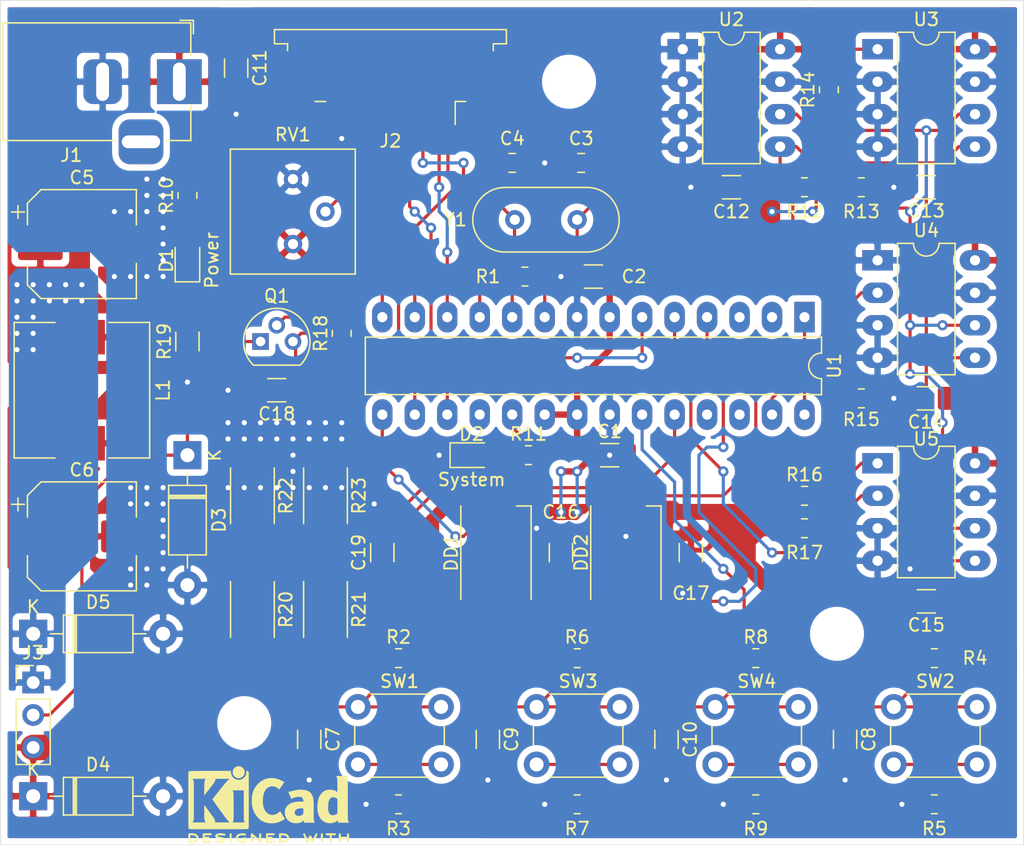
<source format=kicad_pcb>
(kicad_pcb (version 20171130) (host pcbnew "(5.1.10)-1")
  (layers (0 F.Cu signal) (31 B.Cu signal) (34 B.Paste user hide) (35 F.Paste user hide) (36 B.SilkS user hide) (37 F.SilkS user) (38 B.Mask user hide) (39 F.Mask user hide) (44 Edge.Cuts user))
  (net 0 "")
  (net 1 +5V)
  (net 2 GND)
  (net 3 "Net-(U1-Pad2)")
  (net 4 "Net-(U1-Pad3)")
  (net 5 "Net-(U1-Pad18)")
  (net 6 "Net-(U1-Pad25)")
  (net 7 "Net-(U1-Pad26)")
  (net 8 XTAL1)
  (net 9 XTAL2)
  (net 10 VCC)
  (net 11 RESET)
  (net 12 "Net-(R3-Pad2)")
  (net 13 NEXT)
  (net 14 SELECT)
  (net 15 MODIFY)
  (net 16 "Net-(D1-Pad2)")
  (net 17 "Net-(D2-Pad2)")
  (net 18 LCD_DB7)
  (net 19 LCD_DB6)
  (net 20 LCD_DB5)
  (net 21 LCD_DB4)
  (net 22 LCD_EN)
  (net 23 LCD_RS)
  (net 24 "Net-(J2-Pad7)")
  (net 25 "Net-(J2-Pad10)")
  (net 26 "Net-(R5-Pad2)")
  (net 27 "Net-(R7-Pad2)")
  (net 28 "Net-(R9-Pad2)")
  (net 29 LED)
  (net 30 SDA)
  (net 31 SCL)
  (net 32 "Net-(R14-Pad2)")
  (net 33 "Net-(R15-Pad2)")
  (net 34 "Net-(R16-Pad2)")
  (net 35 "Net-(R17-Pad2)")
  (net 36 AMP_IN)
  (net 37 ARRAY_DIN)
  (net 38 PREVIEW_ARRAY)
  (net 39 "Net-(Q1-Pad2)")
  (net 40 MAIN_ARRAY)
  (net 41 "Net-(R20-Pad1)")
  (net 42 "Net-(DD1-Pad4)")
  (net 43 "Net-(DD2-Pad4)")
  (module Symbol:KiCad-Logo2_5mm_SilkScreen (layer F.Cu) (at 34.925 76.835)
    (fp_text reference REF** hide)
    (fp_text value KiCad-Logo2_5mm_SilkScreen hide)
  )
  (module MountingHole:MountingHole_3.2mm_M3 (layer F.Cu) (at 79.375 63.5)
    (fp_text reference " " (at 0 -4.2) (layer F.SilkS))
    (fp_text value MountingHole_3.2mm_M3)
    (pad 1 np_thru_hole circle (at 0 0) (size 3.2 3.2) (drill 3.2) (layers *.Cu *.Mask))
  )
  (module MountingHole:MountingHole_3.2mm_M3 (layer F.Cu) (at 58.42 20.32)
    (fp_text reference " " (at 0 -4.2) (layer F.SilkS))
    (fp_text value MountingHole_3.2mm_M3)
    (pad 1 np_thru_hole circle (at 0 0) (size 3.2 3.2) (drill 3.2) (layers *.Cu *.Mask))
  )
  (module MountingHole:MountingHole_3.2mm_M3 (layer F.Cu) (at 33.02 70.485)
    (fp_text reference " " (at 0 -4.2) (layer F.SilkS))
    (fp_text value MountingHole_3.2mm_M3)
    (pad 1 np_thru_hole circle (at 0 0) (size 3.2 3.2) (drill 3.2) (layers *.Cu *.Mask))
  )
  (module Capacitor_SMD:C_1206_3216Metric (layer F.Cu) (at 61.595 49.53)
    (fp_text reference C1 (at 0 -1.85) (layer F.SilkS))
    (fp_text value 0.1u)
    (pad 1 smd roundrect (at -1.475 0) (size 1.15 1.8) (layers F.Cu F.Paste F.Mask) (roundrect_rratio 0.2173904347826087) (net 10 VCC))
    (pad 2 smd roundrect (at 1.475 0) (size 1.15 1.8) (layers F.Cu F.Paste F.Mask) (roundrect_rratio 0.2173904347826087) (net 2 GND))
  )
  (module Capacitor_SMD:C_1206_3216Metric (layer F.Cu) (at 60.325 35.56 180)
    (fp_text reference C2 (at -3.175 0) (layer F.SilkS))
    (fp_text value 0.1u)
    (pad 2 smd roundrect (at 1.475 0 180) (size 1.15 1.8) (layers F.Cu F.Paste F.Mask) (roundrect_rratio 0.2173904347826087) (net 2 GND))
    (pad 1 smd roundrect (at -1.475 0 180) (size 1.15 1.8) (layers F.Cu F.Paste F.Mask) (roundrect_rratio 0.2173904347826087) (net 10 VCC))
  )
  (module Connector_BarrelJack:BarrelJack_Horizontal (layer F.Cu) (at 27.94 20.32)
    (fp_text reference J1 (at -8.45 5.75) (layer F.SilkS))
    (fp_text value "5V DC")
    (pad 1 thru_hole rect (at 0 0) (size 3.5 3.5) (drill oval 1 3) (layers *.Cu *.Mask) (net 1 +5V))
    (pad 2 thru_hole roundrect (at -6 0) (size 3 3.5) (drill oval 1 3) (layers *.Cu *.Mask) (net 2 GND))
    (pad 3 thru_hole roundrect (at -3 4.7) (size 3.5 3.5) (drill oval 3 1) (layers *.Cu *.Mask))
  )
  (module Package_DIP:DIP-28_W7.62mm_LongPads (layer F.Cu) (at 76.835 38.735 270)
    (fp_text reference U1 (at 3.81 -2.33 90) (layer F.SilkS))
    (fp_text value ATmega328P-PU)
    (pad 1 thru_hole rect (at 0 0 270) (size 2.4 1.6) (drill 0.8) (layers *.Cu *.Mask) (net 11 RESET))
    (pad 15 thru_hole oval (at 7.62 33.02 270) (size 2.4 1.6) (drill 0.8) (layers *.Cu *.Mask) (net 38 PREVIEW_ARRAY))
    (pad 2 thru_hole oval (at 0 2.54 270) (size 2.4 1.6) (drill 0.8) (layers *.Cu *.Mask) (net 3 "Net-(U1-Pad2)"))
    (pad 16 thru_hole oval (at 7.62 30.48 270) (size 2.4 1.6) (drill 0.8) (layers *.Cu *.Mask) (net 40 MAIN_ARRAY))
    (pad 3 thru_hole oval (at 0 5.08 270) (size 2.4 1.6) (drill 0.8) (layers *.Cu *.Mask) (net 4 "Net-(U1-Pad3)"))
    (pad 17 thru_hole oval (at 7.62 27.94 270) (size 2.4 1.6) (drill 0.8) (layers *.Cu *.Mask) (net 22 LCD_EN))
    (pad 4 thru_hole oval (at 0 7.62 270) (size 2.4 1.6) (drill 0.8) (layers *.Cu *.Mask) (net 14 SELECT))
    (pad 18 thru_hole oval (at 7.62 25.4 270) (size 2.4 1.6) (drill 0.8) (layers *.Cu *.Mask) (net 5 "Net-(U1-Pad18)"))
    (pad 5 thru_hole oval (at 0 10.16 270) (size 2.4 1.6) (drill 0.8) (layers *.Cu *.Mask) (net 13 NEXT))
    (pad 19 thru_hole oval (at 7.62 22.86 270) (size 2.4 1.6) (drill 0.8) (layers *.Cu *.Mask) (net 29 LED))
    (pad 6 thru_hole oval (at 0 12.7 270) (size 2.4 1.6) (drill 0.8) (layers *.Cu *.Mask) (net 21 LCD_DB4))
    (pad 20 thru_hole oval (at 7.62 20.32 270) (size 2.4 1.6) (drill 0.8) (layers *.Cu *.Mask) (net 10 VCC))
    (pad 7 thru_hole oval (at 0 15.24 270) (size 2.4 1.6) (drill 0.8) (layers *.Cu *.Mask) (net 10 VCC))
    (pad 21 thru_hole oval (at 7.62 17.78 270) (size 2.4 1.6) (drill 0.8) (layers *.Cu *.Mask) (net 10 VCC))
    (pad 8 thru_hole oval (at 0 17.78 270) (size 2.4 1.6) (drill 0.8) (layers *.Cu *.Mask) (net 2 GND))
    (pad 22 thru_hole oval (at 7.62 15.24 270) (size 2.4 1.6) (drill 0.8) (layers *.Cu *.Mask) (net 2 GND))
    (pad 9 thru_hole oval (at 0 20.32 270) (size 2.4 1.6) (drill 0.8) (layers *.Cu *.Mask) (net 8 XTAL1))
    (pad 23 thru_hole oval (at 7.62 12.7 270) (size 2.4 1.6) (drill 0.8) (layers *.Cu *.Mask) (net 15 MODIFY))
    (pad 10 thru_hole oval (at 0 22.86 270) (size 2.4 1.6) (drill 0.8) (layers *.Cu *.Mask) (net 9 XTAL2))
    (pad 24 thru_hole oval (at 7.62 10.16 270) (size 2.4 1.6) (drill 0.8) (layers *.Cu *.Mask) (net 36 AMP_IN))
    (pad 11 thru_hole oval (at 0 25.4 270) (size 2.4 1.6) (drill 0.8) (layers *.Cu *.Mask) (net 20 LCD_DB5))
    (pad 25 thru_hole oval (at 7.62 7.62 270) (size 2.4 1.6) (drill 0.8) (layers *.Cu *.Mask) (net 6 "Net-(U1-Pad25)"))
    (pad 12 thru_hole oval (at 0 27.94 270) (size 2.4 1.6) (drill 0.8) (layers *.Cu *.Mask) (net 19 LCD_DB6))
    (pad 26 thru_hole oval (at 7.62 5.08 270) (size 2.4 1.6) (drill 0.8) (layers *.Cu *.Mask) (net 7 "Net-(U1-Pad26)"))
    (pad 13 thru_hole oval (at 0 30.48 270) (size 2.4 1.6) (drill 0.8) (layers *.Cu *.Mask) (net 18 LCD_DB7))
    (pad 27 thru_hole oval (at 7.62 2.54 270) (size 2.4 1.6) (drill 0.8) (layers *.Cu *.Mask) (net 30 SDA))
    (pad 14 thru_hole oval (at 0 33.02 270) (size 2.4 1.6) (drill 0.8) (layers *.Cu *.Mask) (net 23 LCD_RS))
    (pad 28 thru_hole oval (at 7.62 0 270) (size 2.4 1.6) (drill 0.8) (layers *.Cu *.Mask) (net 31 SCL))
  )
  (module Capacitor_SMD:C_0805_2012Metric (layer F.Cu) (at 59.37 26.67 180)
    (fp_text reference C3 (at 0 1.905) (layer F.SilkS))
    (fp_text value 22)
    (pad 1 smd roundrect (at -0.95 0 180) (size 1 1.45) (layers F.Cu F.Paste F.Mask) (net 8 XTAL1))
    (pad 2 smd roundrect (at 0.95 0 180) (size 1 1.45) (layers F.Cu F.Paste F.Mask) (net 2 GND))
  )
  (module Capacitor_SMD:C_0805_2012Metric (layer F.Cu) (at 53.975 26.67)
    (fp_text reference C4 (at 0 -1.905) (layer F.SilkS))
    (fp_text value 22)
    (pad 2 smd roundrect (at 0.95 0) (size 1 1.45) (layers F.Cu F.Paste F.Mask) (net 2 GND))
    (pad 1 smd roundrect (at -0.95 0) (size 1 1.45) (layers F.Cu F.Paste F.Mask) (net 9 XTAL2))
  )
  (module Resistor_SMD:R_0805_2012Metric (layer F.Cu) (at 54.9675 35.56)
    (fp_text reference R1 (at -2.8975 0) (layer F.SilkS))
    (fp_text value 1M)
    (pad 1 smd roundrect (at -0.9125 0) (size 1.025 1.4) (layers F.Cu F.Paste F.Mask) (roundrect_rratio 0.2439014634146341) (net 9 XTAL2))
    (pad 2 smd roundrect (at 0.9125 0) (size 1.025 1.4) (layers F.Cu F.Paste F.Mask) (roundrect_rratio 0.2439014634146341) (net 8 XTAL1))
  )
  (module Capacitor_SMD:CP_Elec_8x10 (layer F.Cu) (at 20.32 33.02)
    (fp_text reference C5 (at 0 -5.2) (layer F.SilkS))
    (fp_text value "330u 16V")
    (pad 1 smd roundrect (at -3.25 0) (size 3.5 2.5) (layers F.Cu F.Paste F.Mask) (roundrect_rratio 0.1) (net 1 +5V))
    (pad 2 smd roundrect (at 3.25 0) (size 3.5 2.5) (layers F.Cu F.Paste F.Mask) (roundrect_rratio 0.1) (net 2 GND))
  )
  (module Capacitor_SMD:CP_Elec_8x10 (layer F.Cu) (at 20.32 55.88)
    (fp_text reference C6 (at 0 -5.2) (layer F.SilkS))
    (fp_text value "330u 16V")
    (pad 2 smd roundrect (at 3.25 0) (size 3.5 2.5) (layers F.Cu F.Paste F.Mask) (roundrect_rratio 0.1) (net 2 GND))
    (pad 1 smd roundrect (at -3.25 0) (size 3.5 2.5) (layers F.Cu F.Paste F.Mask) (roundrect_rratio 0.1) (net 10 VCC))
  )
  (module Capacitor_SMD:C_1206_3216Metric (layer F.Cu) (at 38.1 71.755 270)
    (fp_text reference C7 (at 0 -1.85 90) (layer F.SilkS))
    (fp_text value 0.1u)
    (pad 1 smd roundrect (at -1.475 0 270) (size 1.15 1.8) (layers F.Cu F.Paste F.Mask) (roundrect_rratio 0.2173904347826087) (net 11 RESET))
    (pad 2 smd roundrect (at 1.475 0 270) (size 1.15 1.8) (layers F.Cu F.Paste F.Mask) (roundrect_rratio 0.2173904347826087) (net 2 GND))
  )
  (module Inductor_SMD:L_10.4x10.4_H4.8 (layer F.Cu) (at 20.32 44.45 270)
    (fp_text reference L1 (at 0 -6.35 90) (layer F.SilkS))
    (fp_text value 100u)
    (pad 1 smd rect (at -4.15 0 270) (size 2.7 3.6) (layers F.Cu F.Paste F.Mask) (net 1 +5V))
    (pad 2 smd rect (at 4.15 0 270) (size 2.7 3.6) (layers F.Cu F.Paste F.Mask) (net 10 VCC))
  )
  (module Resistor_SMD:R_0805_2012Metric (layer F.Cu) (at 45.085 65.405)
    (fp_text reference R2 (at 0 -1.65) (layer F.SilkS))
    (fp_text value 5.1k)
    (pad 2 smd roundrect (at 0.9125 0) (size 1.025 1.4) (layers F.Cu F.Paste F.Mask) (roundrect_rratio 0.2439014634146341) (net 10 VCC))
    (pad 1 smd roundrect (at -0.9125 0) (size 1.025 1.4) (layers F.Cu F.Paste F.Mask) (roundrect_rratio 0.2439014634146341) (net 11 RESET))
  )
  (module Resistor_SMD:R_0805_2012Metric (layer F.Cu) (at 45.085 76.835)
    (fp_text reference R3 (at 0 1.905) (layer F.SilkS))
    (fp_text value 68)
    (pad 1 smd roundrect (at -0.9125 0) (size 1.025 1.4) (layers F.Cu F.Paste F.Mask) (roundrect_rratio 0.2439014634146341) (net 2 GND))
    (pad 2 smd roundrect (at 0.9125 0) (size 1.025 1.4) (layers F.Cu F.Paste F.Mask) (roundrect_rratio 0.2439014634146341) (net 12 "Net-(R3-Pad2)"))
  )
  (module Capacitor_SMD:C_1206_3216Metric (layer F.Cu) (at 80.01 71.755 270)
    (fp_text reference C8 (at 0 -1.85 90) (layer F.SilkS))
    (fp_text value 0.1u)
    (pad 1 smd roundrect (at -1.475 0 270) (size 1.15 1.8) (layers F.Cu F.Paste F.Mask) (roundrect_rratio 0.2173904347826087) (net 13 NEXT))
    (pad 2 smd roundrect (at 1.475 0 270) (size 1.15 1.8) (layers F.Cu F.Paste F.Mask) (roundrect_rratio 0.2173904347826087) (net 2 GND))
  )
  (module Capacitor_SMD:C_1206_3216Metric (layer F.Cu) (at 52.07 71.755 270)
    (fp_text reference C9 (at 0 -1.85 90) (layer F.SilkS))
    (fp_text value 0.1u)
    (pad 2 smd roundrect (at 1.475 0 270) (size 1.15 1.8) (layers F.Cu F.Paste F.Mask) (roundrect_rratio 0.2173904347826087) (net 2 GND))
    (pad 1 smd roundrect (at -1.475 0 270) (size 1.15 1.8) (layers F.Cu F.Paste F.Mask) (roundrect_rratio 0.2173904347826087) (net 14 SELECT))
  )
  (module Capacitor_SMD:C_1206_3216Metric (layer F.Cu) (at 66.04 71.755 270)
    (fp_text reference C10 (at 0 -1.85 90) (layer F.SilkS))
    (fp_text value 0.1u)
    (pad 2 smd roundrect (at 1.475 0 270) (size 1.15 1.8) (layers F.Cu F.Paste F.Mask) (roundrect_rratio 0.2173904347826087) (net 2 GND))
    (pad 1 smd roundrect (at -1.475 0 270) (size 1.15 1.8) (layers F.Cu F.Paste F.Mask) (roundrect_rratio 0.2173904347826087) (net 15 MODIFY))
  )
  (module Capacitor_SMD:C_1206_3216Metric (layer F.Cu) (at 32.385 19.255 270)
    (fp_text reference C11 (at 0 -1.85 90) (layer F.SilkS))
    (fp_text value 0.1u)
    (pad 1 smd roundrect (at -1.475 0 270) (size 1.15 1.8) (layers F.Cu F.Paste F.Mask) (roundrect_rratio 0.2173904347826087) (net 10 VCC))
    (pad 2 smd roundrect (at 1.475 0 270) (size 1.15 1.8) (layers F.Cu F.Paste F.Mask) (roundrect_rratio 0.2173904347826087) (net 2 GND))
  )
  (module LED_SMD:LED_0805_2012Metric (layer F.Cu) (at 28.575 34.29 90)
    (fp_text reference D1 (at 0 -1.65 90) (layer F.SilkS))
    (fp_text value "Green LED")
    (pad 2 smd roundrect (at 0.9375 0 90) (size 0.975 1.4) (layers F.Cu F.Paste F.Mask) (net 16 "Net-(D1-Pad2)"))
    (pad 1 smd roundrect (at -0.9375 0 90) (size 0.975 1.4) (layers F.Cu F.Paste F.Mask) (net 2 GND))
  )
  (module LED_SMD:LED_0805_2012Metric (layer F.Cu) (at 50.8 49.53)
    (fp_text reference D2 (at 0 -1.65) (layer F.SilkS))
    (fp_text value "Blue LED")
    (pad 1 smd roundrect (at -0.9375 0) (size 0.975 1.4) (layers F.Cu F.Paste F.Mask) (net 2 GND))
    (pad 2 smd roundrect (at 0.9375 0) (size 0.975 1.4) (layers F.Cu F.Paste F.Mask) (net 17 "Net-(D2-Pad2)"))
  )
  (module Connector_FFC-FPC:TE_1-84952-0_1x10-1MP_P1.0mm_Horizontal (layer F.Cu) (at 44.45 20.955 180)
    (fp_text reference J2 (at 0 -4) (layer F.SilkS))
    (fp_text value "FPC 01x10 Female")
    (pad 1 smd rect (at -4.5 -1.8 180) (size 0.61 2) (layers F.Cu F.Paste F.Mask) (net 18 LCD_DB7))
    (pad 2 smd rect (at -3.5 -1.8 180) (size 0.61 2) (layers F.Cu F.Paste F.Mask) (net 19 LCD_DB6))
    (pad 3 smd rect (at -2.5 -1.8 180) (size 0.61 2) (layers F.Cu F.Paste F.Mask) (net 20 LCD_DB5))
    (pad 4 smd rect (at -1.5 -1.8 180) (size 0.61 2) (layers F.Cu F.Paste F.Mask) (net 21 LCD_DB4))
    (pad 5 smd rect (at -0.5 -1.8 180) (size 0.61 2) (layers F.Cu F.Paste F.Mask) (net 22 LCD_EN))
    (pad 6 smd rect (at 0.5 -1.8 180) (size 0.61 2) (layers F.Cu F.Paste F.Mask) (net 23 LCD_RS))
    (pad 7 smd rect (at 1.5 -1.8 180) (size 0.61 2) (layers F.Cu F.Paste F.Mask) (net 24 "Net-(J2-Pad7)"))
    (pad 8 smd rect (at 2.5 -1.8 180) (size 0.61 2) (layers F.Cu F.Paste F.Mask) (net 10 VCC))
    (pad 9 smd rect (at 3.5 -1.8 180) (size 0.61 2) (layers F.Cu F.Paste F.Mask) (net 2 GND))
    (pad 10 smd rect (at 4.5 -1.8 180) (size 0.61 2) (layers F.Cu F.Paste F.Mask) (net 25 "Net-(J2-Pad10)"))
    (pad MP smd rect (at -7.49 1 180) (size 2.68 3.6) (layers F.Cu F.Paste F.Mask))
    (pad MP smd rect (at 7.49 1 180) (size 2.68 3.6) (layers F.Cu F.Paste F.Mask))
  )
  (module Resistor_SMD:R_0805_2012Metric (layer F.Cu) (at 86.995 65.405)
    (fp_text reference R4 (at 3.175 0) (layer F.SilkS))
    (fp_text value 5.1k)
    (pad 1 smd roundrect (at -0.9125 0) (size 1.025 1.4) (layers F.Cu F.Paste F.Mask) (roundrect_rratio 0.2439014634146341) (net 13 NEXT))
    (pad 2 smd roundrect (at 0.9125 0) (size 1.025 1.4) (layers F.Cu F.Paste F.Mask) (roundrect_rratio 0.2439014634146341) (net 10 VCC))
  )
  (module Resistor_SMD:R_0805_2012Metric (layer F.Cu) (at 86.995 76.835)
    (fp_text reference R5 (at 0 1.905) (layer F.SilkS))
    (fp_text value 68)
    (pad 2 smd roundrect (at 0.9125 0) (size 1.025 1.4) (layers F.Cu F.Paste F.Mask) (roundrect_rratio 0.2439014634146341) (net 26 "Net-(R5-Pad2)"))
    (pad 1 smd roundrect (at -0.9125 0) (size 1.025 1.4) (layers F.Cu F.Paste F.Mask) (roundrect_rratio 0.2439014634146341) (net 2 GND))
  )
  (module Resistor_SMD:R_0805_2012Metric (layer F.Cu) (at 59.055 65.405)
    (fp_text reference R6 (at 0 -1.65) (layer F.SilkS))
    (fp_text value 5.1k)
    (pad 2 smd roundrect (at 0.9125 0) (size 1.025 1.4) (layers F.Cu F.Paste F.Mask) (roundrect_rratio 0.2439014634146341) (net 10 VCC))
    (pad 1 smd roundrect (at -0.9125 0) (size 1.025 1.4) (layers F.Cu F.Paste F.Mask) (roundrect_rratio 0.2439014634146341) (net 14 SELECT))
  )
  (module Resistor_SMD:R_0805_2012Metric (layer F.Cu) (at 59.055 76.835)
    (fp_text reference R7 (at 0 1.905) (layer F.SilkS))
    (fp_text value 68)
    (pad 1 smd roundrect (at -0.9125 0) (size 1.025 1.4) (layers F.Cu F.Paste F.Mask) (roundrect_rratio 0.2439014634146341) (net 2 GND))
    (pad 2 smd roundrect (at 0.9125 0) (size 1.025 1.4) (layers F.Cu F.Paste F.Mask) (roundrect_rratio 0.2439014634146341) (net 27 "Net-(R7-Pad2)"))
  )
  (module Resistor_SMD:R_0805_2012Metric (layer F.Cu) (at 73.025 65.405)
    (fp_text reference R8 (at 0 -1.65) (layer F.SilkS))
    (fp_text value 5.1k)
    (pad 2 smd roundrect (at 0.9125 0) (size 1.025 1.4) (layers F.Cu F.Paste F.Mask) (roundrect_rratio 0.2439014634146341) (net 10 VCC))
    (pad 1 smd roundrect (at -0.9125 0) (size 1.025 1.4) (layers F.Cu F.Paste F.Mask) (roundrect_rratio 0.2439014634146341) (net 15 MODIFY))
  )
  (module Resistor_SMD:R_0805_2012Metric (layer F.Cu) (at 73.025 76.835)
    (fp_text reference R9 (at 0 1.905) (layer F.SilkS))
    (fp_text value 68)
    (pad 1 smd roundrect (at -0.9125 0) (size 1.025 1.4) (layers F.Cu F.Paste F.Mask) (roundrect_rratio 0.2439014634146341) (net 2 GND))
    (pad 2 smd roundrect (at 0.9125 0) (size 1.025 1.4) (layers F.Cu F.Paste F.Mask) (roundrect_rratio 0.2439014634146341) (net 28 "Net-(R9-Pad2)"))
  )
  (module Resistor_SMD:R_0805_2012Metric (layer F.Cu) (at 28.575 29.21 90)
    (fp_text reference R10 (at 0 -1.65 90) (layer F.SilkS))
    (fp_text value 3k)
    (pad 1 smd roundrect (at -0.9125 0 90) (size 1.025 1.4) (layers F.Cu F.Paste F.Mask) (roundrect_rratio 0.2439014634146341) (net 16 "Net-(D1-Pad2)"))
    (pad 2 smd roundrect (at 0.9125 0 90) (size 1.025 1.4) (layers F.Cu F.Paste F.Mask) (roundrect_rratio 0.2439014634146341) (net 10 VCC))
  )
  (module Resistor_SMD:R_0805_2012Metric (layer F.Cu) (at 55.245 49.53)
    (fp_text reference R11 (at 0 -1.65) (layer F.SilkS))
    (fp_text value 3k)
    (pad 2 smd roundrect (at 0.9125 0) (size 1.025 1.4) (layers F.Cu F.Paste F.Mask) (roundrect_rratio 0.2439014634146341) (net 29 LED))
    (pad 1 smd roundrect (at -0.9125 0) (size 1.025 1.4) (layers F.Cu F.Paste F.Mask) (roundrect_rratio 0.2439014634146341) (net 17 "Net-(D2-Pad2)"))
  )
  (module Potentiometer_THT:Potentiometer_Bourns_3386P_Vertical (layer F.Cu) (at 36.83 33.02)
    (fp_text reference RV1 (at -0.015 -8.555) (layer F.SilkS))
    (fp_text value 20k)
    (pad 3 thru_hole circle (at 0 -5.08) (size 1.44 1.44) (drill 0.8) (layers *.Cu *.Mask) (net 2 GND))
    (pad 2 thru_hole circle (at 2.54 -2.54) (size 1.44 1.44) (drill 0.8) (layers *.Cu *.Mask) (net 24 "Net-(J2-Pad7)"))
    (pad 1 thru_hole circle (at 0 0) (size 1.44 1.44) (drill 0.8) (layers *.Cu *.Mask) (net 10 VCC))
  )
  (module Capacitor_SMD:C_1206_3216Metric (layer F.Cu) (at 71.12 28.575 180)
    (fp_text reference C12 (at 0 -1.905) (layer F.SilkS))
    (fp_text value 0.1u)
    (pad 1 smd roundrect (at -1.475 0 180) (size 1.15 1.8) (layers F.Cu F.Paste F.Mask) (roundrect_rratio 0.2173904347826087) (net 10 VCC))
    (pad 2 smd roundrect (at 1.475 0 180) (size 1.15 1.8) (layers F.Cu F.Paste F.Mask) (roundrect_rratio 0.2173904347826087) (net 2 GND))
  )
  (module Capacitor_SMD:C_1206_3216Metric (layer F.Cu) (at 86.36 28.575 180)
    (fp_text reference C13 (at 0 -1.85) (layer F.SilkS))
    (fp_text value 0.1u)
    (pad 2 smd roundrect (at 1.475 0 180) (size 1.15 1.8) (layers F.Cu F.Paste F.Mask) (roundrect_rratio 0.2173904347826087) (net 2 GND))
    (pad 1 smd roundrect (at -1.475 0 180) (size 1.15 1.8) (layers F.Cu F.Paste F.Mask) (roundrect_rratio 0.2173904347826087) (net 10 VCC))
  )
  (module Capacitor_SMD:C_1206_3216Metric (layer F.Cu) (at 86.36 45.085 180)
    (fp_text reference C14 (at 0 -1.85) (layer F.SilkS))
    (fp_text value 0.1u)
    (pad 1 smd roundrect (at -1.475 0 180) (size 1.15 1.8) (layers F.Cu F.Paste F.Mask) (roundrect_rratio 0.2173904347826087) (net 10 VCC))
    (pad 2 smd roundrect (at 1.475 0 180) (size 1.15 1.8) (layers F.Cu F.Paste F.Mask) (roundrect_rratio 0.2173904347826087) (net 2 GND))
  )
  (module Capacitor_SMD:C_1206_3216Metric (layer F.Cu) (at 86.36 60.96 180)
    (fp_text reference C15 (at 0 -1.85) (layer F.SilkS))
    (fp_text value 0.1u)
    (pad 2 smd roundrect (at 1.475 0 180) (size 1.15 1.8) (layers F.Cu F.Paste F.Mask) (roundrect_rratio 0.2173904347826087) (net 2 GND))
    (pad 1 smd roundrect (at -1.475 0 180) (size 1.15 1.8) (layers F.Cu F.Paste F.Mask) (roundrect_rratio 0.2173904347826087) (net 10 VCC))
  )
  (module Resistor_SMD:R_0805_2012Metric (layer F.Cu) (at 76.835 28.575)
    (fp_text reference R12 (at 0 1.905) (layer F.SilkS))
    (fp_text value 4.7k)
    (pad 2 smd roundrect (at 0.9125 0) (size 1.025 1.4) (layers F.Cu F.Paste F.Mask) (roundrect_rratio 0.2439014634146341) (net 10 VCC))
    (pad 1 smd roundrect (at -0.9125 0) (size 1.025 1.4) (layers F.Cu F.Paste F.Mask) (roundrect_rratio 0.2439014634146341) (net 30 SDA))
  )
  (module Resistor_SMD:R_0805_2012Metric (layer F.Cu) (at 81.28 28.575 180)
    (fp_text reference R13 (at 0 -1.905) (layer F.SilkS))
    (fp_text value 4.7k)
    (pad 1 smd roundrect (at -0.9125 0 180) (size 1.025 1.4) (layers F.Cu F.Paste F.Mask) (roundrect_rratio 0.2439014634146341) (net 31 SCL))
    (pad 2 smd roundrect (at 0.9125 0 180) (size 1.025 1.4) (layers F.Cu F.Paste F.Mask) (roundrect_rratio 0.2439014634146341) (net 10 VCC))
  )
  (module Resistor_SMD:R_0805_2012Metric (layer F.Cu) (at 78.74 20.955 90)
    (fp_text reference R14 (at 0 -1.65 90) (layer F.SilkS))
    (fp_text value 4.7k)
    (pad 2 smd roundrect (at 0.9125 0 90) (size 1.025 1.4) (layers F.Cu F.Paste F.Mask) (roundrect_rratio 0.2439014634146341) (net 32 "Net-(R14-Pad2)"))
    (pad 1 smd roundrect (at -0.9125 0 90) (size 1.025 1.4) (layers F.Cu F.Paste F.Mask) (roundrect_rratio 0.2439014634146341) (net 10 VCC))
  )
  (module Resistor_SMD:R_0805_2012Metric (layer F.Cu) (at 81.28 45.085 180)
    (fp_text reference R15 (at 0 -1.65) (layer F.SilkS))
    (fp_text value 4.7k)
    (pad 2 smd roundrect (at 0.9125 0 180) (size 1.025 1.4) (layers F.Cu F.Paste F.Mask) (roundrect_rratio 0.2439014634146341) (net 33 "Net-(R15-Pad2)"))
    (pad 1 smd roundrect (at -0.9125 0 180) (size 1.025 1.4) (layers F.Cu F.Paste F.Mask) (roundrect_rratio 0.2439014634146341) (net 10 VCC))
  )
  (module Resistor_SMD:R_0805_2012Metric (layer F.Cu) (at 76.835 52.705)
    (fp_text reference R16 (at 0 -1.65) (layer F.SilkS))
    (fp_text value 4.7k)
    (pad 1 smd roundrect (at -0.9125 0) (size 1.025 1.4) (layers F.Cu F.Paste F.Mask) (roundrect_rratio 0.2439014634146341) (net 10 VCC))
    (pad 2 smd roundrect (at 0.9125 0) (size 1.025 1.4) (layers F.Cu F.Paste F.Mask) (roundrect_rratio 0.2439014634146341) (net 34 "Net-(R16-Pad2)"))
  )
  (module Resistor_SMD:R_0805_2012Metric (layer F.Cu) (at 76.835 55.245)
    (fp_text reference R17 (at 0 1.905) (layer F.SilkS))
    (fp_text value 4.7k)
    (pad 1 smd roundrect (at -0.9125 0) (size 1.025 1.4) (layers F.Cu F.Paste F.Mask) (roundrect_rratio 0.2439014634146341) (net 10 VCC))
    (pad 2 smd roundrect (at 0.9125 0) (size 1.025 1.4) (layers F.Cu F.Paste F.Mask) (roundrect_rratio 0.2439014634146341) (net 35 "Net-(R17-Pad2)"))
  )
  (module Package_DIP:DIP-8_W7.62mm_LongPads (layer F.Cu) (at 67.31 17.78)
    (fp_text reference U2 (at 3.81 -2.33) (layer F.SilkS))
    (fp_text value AT24C256)
    (pad 8 thru_hole oval (at 7.62 0) (size 2.4 1.6) (drill 0.8) (layers *.Cu *.Mask) (net 10 VCC))
    (pad 4 thru_hole oval (at 0 7.62) (size 2.4 1.6) (drill 0.8) (layers *.Cu *.Mask) (net 2 GND))
    (pad 7 thru_hole oval (at 7.62 2.54) (size 2.4 1.6) (drill 0.8) (layers *.Cu *.Mask) (net 2 GND))
    (pad 3 thru_hole oval (at 0 5.08) (size 2.4 1.6) (drill 0.8) (layers *.Cu *.Mask) (net 2 GND))
    (pad 6 thru_hole oval (at 7.62 5.08) (size 2.4 1.6) (drill 0.8) (layers *.Cu *.Mask) (net 31 SCL))
    (pad 2 thru_hole oval (at 0 2.54) (size 2.4 1.6) (drill 0.8) (layers *.Cu *.Mask) (net 2 GND))
    (pad 5 thru_hole oval (at 7.62 7.62) (size 2.4 1.6) (drill 0.8) (layers *.Cu *.Mask) (net 30 SDA))
    (pad 1 thru_hole rect (at 0 0) (size 2.4 1.6) (drill 0.8) (layers *.Cu *.Mask) (net 2 GND))
  )
  (module Package_DIP:DIP-8_W7.62mm_LongPads (layer F.Cu) (at 82.55 17.78)
    (fp_text reference U3 (at 3.81 -2.33) (layer F.SilkS))
    (fp_text value AT24C256)
    (pad 1 thru_hole rect (at 0 0) (size 2.4 1.6) (drill 0.8) (layers *.Cu *.Mask) (net 32 "Net-(R14-Pad2)"))
    (pad 5 thru_hole oval (at 7.62 7.62) (size 2.4 1.6) (drill 0.8) (layers *.Cu *.Mask) (net 30 SDA))
    (pad 2 thru_hole oval (at 0 2.54) (size 2.4 1.6) (drill 0.8) (layers *.Cu *.Mask) (net 2 GND))
    (pad 6 thru_hole oval (at 7.62 5.08) (size 2.4 1.6) (drill 0.8) (layers *.Cu *.Mask) (net 31 SCL))
    (pad 3 thru_hole oval (at 0 5.08) (size 2.4 1.6) (drill 0.8) (layers *.Cu *.Mask) (net 2 GND))
    (pad 7 thru_hole oval (at 7.62 2.54) (size 2.4 1.6) (drill 0.8) (layers *.Cu *.Mask) (net 2 GND))
    (pad 4 thru_hole oval (at 0 7.62) (size 2.4 1.6) (drill 0.8) (layers *.Cu *.Mask) (net 2 GND))
    (pad 8 thru_hole oval (at 7.62 0) (size 2.4 1.6) (drill 0.8) (layers *.Cu *.Mask) (net 10 VCC))
  )
  (module Package_DIP:DIP-8_W7.62mm_LongPads (layer F.Cu) (at 82.55 34.29)
    (fp_text reference U4 (at 3.81 -2.33) (layer F.SilkS))
    (fp_text value AT24C256)
    (pad 8 thru_hole oval (at 7.62 0) (size 2.4 1.6) (drill 0.8) (layers *.Cu *.Mask) (net 10 VCC))
    (pad 4 thru_hole oval (at 0 7.62) (size 2.4 1.6) (drill 0.8) (layers *.Cu *.Mask) (net 2 GND))
    (pad 7 thru_hole oval (at 7.62 2.54) (size 2.4 1.6) (drill 0.8) (layers *.Cu *.Mask) (net 2 GND))
    (pad 3 thru_hole oval (at 0 5.08) (size 2.4 1.6) (drill 0.8) (layers *.Cu *.Mask) (net 2 GND))
    (pad 6 thru_hole oval (at 7.62 5.08) (size 2.4 1.6) (drill 0.8) (layers *.Cu *.Mask) (net 31 SCL))
    (pad 2 thru_hole oval (at 0 2.54) (size 2.4 1.6) (drill 0.8) (layers *.Cu *.Mask) (net 33 "Net-(R15-Pad2)"))
    (pad 5 thru_hole oval (at 7.62 7.62) (size 2.4 1.6) (drill 0.8) (layers *.Cu *.Mask) (net 30 SDA))
    (pad 1 thru_hole rect (at 0 0) (size 2.4 1.6) (drill 0.8) (layers *.Cu *.Mask) (net 2 GND))
  )
  (module Package_DIP:DIP-8_W7.62mm_LongPads (layer F.Cu) (at 82.55 50.165)
    (fp_text reference U5 (at 3.81 -1.905) (layer F.SilkS))
    (fp_text value AT24C256)
    (pad 1 thru_hole rect (at 0 0) (size 2.4 1.6) (drill 0.8) (layers *.Cu *.Mask) (net 34 "Net-(R16-Pad2)"))
    (pad 5 thru_hole oval (at 7.62 7.62) (size 2.4 1.6) (drill 0.8) (layers *.Cu *.Mask) (net 30 SDA))
    (pad 2 thru_hole oval (at 0 2.54) (size 2.4 1.6) (drill 0.8) (layers *.Cu *.Mask) (net 35 "Net-(R17-Pad2)"))
    (pad 6 thru_hole oval (at 7.62 5.08) (size 2.4 1.6) (drill 0.8) (layers *.Cu *.Mask) (net 31 SCL))
    (pad 3 thru_hole oval (at 0 5.08) (size 2.4 1.6) (drill 0.8) (layers *.Cu *.Mask) (net 2 GND))
    (pad 7 thru_hole oval (at 7.62 2.54) (size 2.4 1.6) (drill 0.8) (layers *.Cu *.Mask) (net 2 GND))
    (pad 4 thru_hole oval (at 0 7.62) (size 2.4 1.6) (drill 0.8) (layers *.Cu *.Mask) (net 2 GND))
    (pad 8 thru_hole oval (at 7.62 0) (size 2.4 1.6) (drill 0.8) (layers *.Cu *.Mask) (net 10 VCC))
  )
  (module Button_Switch_THT:SW_PUSH_6mm (layer F.Cu) (at 41.91 69.215)
    (fp_text reference SW1 (at 3.25 -2) (layer F.SilkS))
    (fp_text value Reset)
    (pad 2 thru_hole circle (at 0 4.5 90) (size 2 2) (drill 1.1) (layers *.Cu *.Mask) (net 12 "Net-(R3-Pad2)"))
    (pad 1 thru_hole circle (at 0 0 90) (size 2 2) (drill 1.1) (layers *.Cu *.Mask) (net 11 RESET))
    (pad 2 thru_hole circle (at 6.5 4.5 90) (size 2 2) (drill 1.1) (layers *.Cu *.Mask) (net 12 "Net-(R3-Pad2)"))
    (pad 1 thru_hole circle (at 6.5 0 90) (size 2 2) (drill 1.1) (layers *.Cu *.Mask) (net 11 RESET))
  )
  (module Button_Switch_THT:SW_PUSH_6mm (layer F.Cu) (at 83.82 69.215)
    (fp_text reference SW2 (at 3.25 -2) (layer F.SilkS))
    (fp_text value Next)
    (pad 1 thru_hole circle (at 6.5 0 90) (size 2 2) (drill 1.1) (layers *.Cu *.Mask) (net 13 NEXT))
    (pad 2 thru_hole circle (at 6.5 4.5 90) (size 2 2) (drill 1.1) (layers *.Cu *.Mask) (net 26 "Net-(R5-Pad2)"))
    (pad 1 thru_hole circle (at 0 0 90) (size 2 2) (drill 1.1) (layers *.Cu *.Mask) (net 13 NEXT))
    (pad 2 thru_hole circle (at 0 4.5 90) (size 2 2) (drill 1.1) (layers *.Cu *.Mask) (net 26 "Net-(R5-Pad2)"))
  )
  (module Button_Switch_THT:SW_PUSH_6mm (layer F.Cu) (at 55.88 69.215)
    (fp_text reference SW3 (at 3.25 -2) (layer F.SilkS))
    (fp_text value Select)
    (pad 2 thru_hole circle (at 0 4.5 90) (size 2 2) (drill 1.1) (layers *.Cu *.Mask) (net 27 "Net-(R7-Pad2)"))
    (pad 1 thru_hole circle (at 0 0 90) (size 2 2) (drill 1.1) (layers *.Cu *.Mask) (net 14 SELECT))
    (pad 2 thru_hole circle (at 6.5 4.5 90) (size 2 2) (drill 1.1) (layers *.Cu *.Mask) (net 27 "Net-(R7-Pad2)"))
    (pad 1 thru_hole circle (at 6.5 0 90) (size 2 2) (drill 1.1) (layers *.Cu *.Mask) (net 14 SELECT))
  )
  (module Button_Switch_THT:SW_PUSH_6mm (layer F.Cu) (at 69.85 69.215)
    (fp_text reference SW4 (at 3.25 -2) (layer F.SilkS))
    (fp_text value Modify)
    (pad 1 thru_hole circle (at 6.5 0 90) (size 2 2) (drill 1.1) (layers *.Cu *.Mask) (net 15 MODIFY))
    (pad 2 thru_hole circle (at 6.5 4.5 90) (size 2 2) (drill 1.1) (layers *.Cu *.Mask) (net 28 "Net-(R9-Pad2)"))
    (pad 1 thru_hole circle (at 0 0 90) (size 2 2) (drill 1.1) (layers *.Cu *.Mask) (net 15 MODIFY))
    (pad 2 thru_hole circle (at 0 4.5 90) (size 2 2) (drill 1.1) (layers *.Cu *.Mask) (net 28 "Net-(R9-Pad2)"))
  )
  (module Capacitor_SMD:C_1206_3216Metric (layer F.Cu) (at 57.785 57.15 90)
    (fp_text reference C16 (at 3.175 0 180) (layer F.SilkS))
    (fp_text value 0.1u)
    (pad 2 smd roundrect (at 1.475 0 90) (size 1.15 1.8) (layers F.Cu F.Paste F.Mask) (roundrect_rratio 0.2173904347826087) (net 2 GND))
    (pad 1 smd roundrect (at -1.475 0 90) (size 1.15 1.8) (layers F.Cu F.Paste F.Mask) (roundrect_rratio 0.2173904347826087) (net 10 VCC))
  )
  (module Capacitor_SMD:C_1206_3216Metric (layer F.Cu) (at 67.945 57.15 270)
    (fp_text reference C17 (at 3.175 0 180) (layer F.SilkS))
    (fp_text value 0.1u)
    (pad 1 smd roundrect (at -1.475 0 270) (size 1.15 1.8) (layers F.Cu F.Paste F.Mask) (roundrect_rratio 0.2173904347826087) (net 10 VCC))
    (pad 2 smd roundrect (at 1.475 0 270) (size 1.15 1.8) (layers F.Cu F.Paste F.Mask) (roundrect_rratio 0.2173904347826087) (net 2 GND))
  )
  (module Capacitor_SMD:C_1206_3216Metric (layer F.Cu) (at 35.56 44.45 180)
    (fp_text reference C18 (at 0 -1.85) (layer F.SilkS))
    (fp_text value 0.1u)
    (pad 1 smd roundrect (at -1.475 0 180) (size 1.15 1.8) (layers F.Cu F.Paste F.Mask) (roundrect_rratio 0.2173904347826087) (net 10 VCC))
    (pad 2 smd roundrect (at 1.475 0 180) (size 1.15 1.8) (layers F.Cu F.Paste F.Mask) (roundrect_rratio 0.2173904347826087) (net 2 GND))
  )
  (module Capacitor_SMD:C_1206_3216Metric (layer F.Cu) (at 43.815 57.15 90)
    (fp_text reference C19 (at 0 -1.85 90) (layer F.SilkS))
    (fp_text value 0.1u)
    (pad 2 smd roundrect (at 1.475 0 90) (size 1.15 1.8) (layers F.Cu F.Paste F.Mask) (roundrect_rratio 0.2173904347826087) (net 2 GND))
    (pad 1 smd roundrect (at -1.475 0 90) (size 1.15 1.8) (layers F.Cu F.Paste F.Mask) (roundrect_rratio 0.2173904347826087) (net 36 AMP_IN))
  )
  (module Diode_THT:D_DO-41_SOD81_P10.16mm_Horizontal (layer F.Cu) (at 28.575 49.53 270)
    (fp_text reference D3 (at 5.08 -2.47 90) (layer F.SilkS))
    (fp_text value 1N4735A)
    (fp_text user K (at 0 -2.1 90) (layer F.SilkS))
    (pad 1 thru_hole rect (at 0 0 270) (size 2.2 2.2) (drill 1.1) (layers *.Cu *.Mask) (net 37 ARRAY_DIN))
    (pad 2 thru_hole oval (at 10.16 0 270) (size 2.2 2.2) (drill 1.1) (layers *.Cu *.Mask) (net 2 GND))
  )
  (module Diode_THT:D_DO-41_SOD81_P10.16mm_Horizontal (layer F.Cu) (at 16.51 76.2)
    (fp_text reference D4 (at 5.08 -2.47) (layer F.SilkS))
    (fp_text value 1N4735A)
    (fp_text user K (at 0 -2.1) (layer F.SilkS))
    (pad 2 thru_hole oval (at 10.16 0) (size 2.2 2.2) (drill 1.1) (layers *.Cu *.Mask) (net 2 GND))
    (pad 1 thru_hole rect (at 0 0) (size 2.2 2.2) (drill 1.1) (layers *.Cu *.Mask) (net 36 AMP_IN))
  )
  (module Diode_THT:D_DO-41_SOD81_P10.16mm_Horizontal (layer F.Cu) (at 16.51 63.5)
    (fp_text reference D5 (at 5.08 -2.47) (layer F.SilkS))
    (fp_text value 1N4735A)
    (fp_text user K (at 0 -2.1) (layer F.SilkS))
    (pad 1 thru_hole rect (at 0 0) (size 2.2 2.2) (drill 1.1) (layers *.Cu *.Mask) (net 1 +5V))
    (pad 2 thru_hole oval (at 10.16 0) (size 2.2 2.2) (drill 1.1) (layers *.Cu *.Mask) (net 2 GND))
  )
  (module Connector_PinHeader_2.54mm:PinHeader_1x03_P2.54mm_Vertical (layer F.Cu) (at 16.51 67.31)
    (fp_text reference J3 (at 0 -2.33) (layer F.SilkS))
    (fp_text value "LED Array")
    (pad 1 thru_hole rect (at 0 0) (size 1.7 1.7) (drill 1) (layers *.Cu *.Mask) (net 1 +5V))
    (pad 2 thru_hole oval (at 0 2.54) (size 1.7 1.7) (drill 1) (layers *.Cu *.Mask) (net 37 ARRAY_DIN))
    (pad 3 thru_hole oval (at 0 5.08) (size 1.7 1.7) (drill 1) (layers *.Cu *.Mask) (net 36 AMP_IN))
  )
  (module Resistor_SMD:R_0805_2012Metric (layer F.Cu) (at 40.64 40.005 90)
    (fp_text reference R18 (at 0 -1.65 90) (layer F.SilkS))
    (fp_text value 1k)
    (pad 1 smd roundrect (at -0.9125 0 90) (size 1.025 1.4) (layers F.Cu F.Paste F.Mask) (roundrect_rratio 0.2439014634146341) (net 40 MAIN_ARRAY))
    (pad 2 smd roundrect (at 0.9125 0 90) (size 1.025 1.4) (layers F.Cu F.Paste F.Mask) (roundrect_rratio 0.2439014634146341) (net 39 "Net-(Q1-Pad2)"))
  )
  (module Resistor_SMD:R_1206_3216Metric (layer F.Cu) (at 28.575 40.64 90)
    (fp_text reference R19 (at 0 -1.82 90) (layer F.SilkS))
    (fp_text value 470)
    (pad 1 smd roundrect (at -1.4625 0 90) (size 1.125 1.75) (layers F.Cu F.Paste F.Mask) (roundrect_rratio 0.2222213333333333) (net 2 GND))
    (pad 2 smd roundrect (at 1.4625 0 90) (size 1.125 1.75) (layers F.Cu F.Paste F.Mask) (roundrect_rratio 0.2222213333333333) (net 37 ARRAY_DIN))
  )
  (module Resistor_SMD:R_2512_6332Metric (layer F.Cu) (at 33.655 61.595 270)
    (fp_text reference R20 (at 0 -2.62 90) (layer F.SilkS))
    (fp_text value 0.02)
    (pad 2 smd roundrect (at 2.9625 0 270) (size 1.225 3.35) (layers F.Cu F.Paste F.Mask) (roundrect_rratio 0.2040816326530612) (net 36 AMP_IN))
    (pad 1 smd roundrect (at -2.9625 0 270) (size 1.225 3.35) (layers F.Cu F.Paste F.Mask) (roundrect_rratio 0.2040816326530612) (net 41 "Net-(R20-Pad1)"))
  )
  (module Resistor_SMD:R_2512_6332Metric (layer F.Cu) (at 39.37 61.595 270)
    (fp_text reference R21 (at 0 -2.62 90) (layer F.SilkS))
    (fp_text value 0.02)
    (pad 1 smd roundrect (at -2.9625 0 270) (size 1.225 3.35) (layers F.Cu F.Paste F.Mask) (roundrect_rratio 0.2040816326530612) (net 41 "Net-(R20-Pad1)"))
    (pad 2 smd roundrect (at 2.9625 0 270) (size 1.225 3.35) (layers F.Cu F.Paste F.Mask) (roundrect_rratio 0.2040816326530612) (net 36 AMP_IN))
  )
  (module Resistor_SMD:R_2512_6332Metric (layer F.Cu) (at 33.655 52.705 270)
    (fp_text reference R22 (at 0 -2.62 90) (layer F.SilkS))
    (fp_text value 0.02)
    (pad 2 smd roundrect (at 2.9625 0 270) (size 1.225 3.35) (layers F.Cu F.Paste F.Mask) (roundrect_rratio 0.2040816326530612) (net 41 "Net-(R20-Pad1)"))
    (pad 1 smd roundrect (at -2.9625 0 270) (size 1.225 3.35) (layers F.Cu F.Paste F.Mask) (roundrect_rratio 0.2040816326530612) (net 2 GND))
  )
  (module Resistor_SMD:R_2512_6332Metric (layer F.Cu) (at 39.37 52.705 270)
    (fp_text reference R23 (at 0 -2.62 90) (layer F.SilkS))
    (fp_text value 0.02)
    (pad 1 smd roundrect (at -2.9625 0 270) (size 1.225 3.35) (layers F.Cu F.Paste F.Mask) (roundrect_rratio 0.2040816326530612) (net 2 GND))
    (pad 2 smd roundrect (at 2.9625 0 270) (size 1.225 3.35) (layers F.Cu F.Paste F.Mask) (roundrect_rratio 0.2040816326530612) (net 41 "Net-(R20-Pad1)"))
  )
  (module Package_TO_SOT_THT:TO-92 (layer F.Cu) (at 34.29 40.64)
    (fp_text reference Q1 (at 1.27 -3.56) (layer F.SilkS))
    (fp_text value 2N3904)
    (pad 2 thru_hole circle (at 1.27 -1.27) (size 1.3 1.3) (drill 0.75) (layers *.Cu *.Mask) (net 39 "Net-(Q1-Pad2)"))
    (pad 3 thru_hole circle (at 2.54 0) (size 1.3 1.3) (drill 0.75) (layers *.Cu *.Mask) (net 10 VCC))
    (pad 1 thru_hole rect (at 0 0) (size 1.3 1.3) (drill 0.75) (layers *.Cu *.Mask) (net 37 ARRAY_DIN))
  )
  (module Crystal:Crystal_HC49-4H_Vertical (layer F.Cu) (at 59.055 31.115 180)
    (fp_text reference Y1 (at 9.525 0) (layer F.SilkS))
    (fp_text value "16 MHz")
    (pad 1 thru_hole circle (at 0 0 180) (size 1.5 1.5) (drill 0.8) (layers *.Cu *.Mask) (net 8 XTAL1))
    (pad 2 thru_hole circle (at 4.88 0 180) (size 1.5 1.5) (drill 0.8) (layers *.Cu *.Mask) (net 9 XTAL2))
  )
  (module LED_SMD:LED_SK6812_PLCC4_5.0x5.0mm_P3.2mm (layer F.Cu) (at 52.705 57.15 90)
    (fp_text reference DD1 (at 0 -3.5 90) (layer F.SilkS))
    (fp_text value SK6812)
    (pad 3 smd rect (at -2.45 -1.6 90) (size 1.5 1) (layers F.Cu F.Paste F.Mask) (net 10 VCC))
    (pad 4 smd rect (at -2.45 1.6 90) (size 1.5 1) (layers F.Cu F.Paste F.Mask) (net 42 "Net-(DD1-Pad4)"))
    (pad 2 smd rect (at 2.45 -1.6 90) (size 1.5 1) (layers F.Cu F.Paste F.Mask) (net 38 PREVIEW_ARRAY))
    (pad 1 smd rect (at 2.45 1.6 90) (size 1.5 1) (layers F.Cu F.Paste F.Mask) (net 2 GND))
  )
  (module LED_SMD:LED_SK6812_PLCC4_5.0x5.0mm_P3.2mm (layer F.Cu) (at 62.865 57.15 90)
    (fp_text reference DD2 (at 0 -3.5 90) (layer F.SilkS))
    (fp_text value SK6812)
    (pad 1 smd rect (at 2.45 1.6 90) (size 1.5 1) (layers F.Cu F.Paste F.Mask) (net 2 GND))
    (pad 2 smd rect (at 2.45 -1.6 90) (size 1.5 1) (layers F.Cu F.Paste F.Mask) (net 42 "Net-(DD1-Pad4)"))
    (pad 4 smd rect (at -2.45 1.6 90) (size 1.5 1) (layers F.Cu F.Paste F.Mask) (net 43 "Net-(DD2-Pad4)"))
    (pad 3 smd rect (at -2.45 -1.6 90) (size 1.5 1) (layers F.Cu F.Paste F.Mask) (net 10 VCC))
  )
  (gr_text System (at 50.8 51.435) (layer F.SilkS) (effects (font (size 1 1))))
  (gr_text Power (at 30.48 34.29 90) (layer F.SilkS) (effects (font (size 1 1))))
  (gr_line (start 13.97 80.01) (end 13.97 13.97) (layer Edge.Cuts) (width 0.05))
  (gr_line (start 93.98 80.01) (end 13.97 80.01) (layer Edge.Cuts) (width 0.05))
  (gr_line (start 93.98 78.74) (end 93.98 80.01) (layer Edge.Cuts) (width 0.05))
  (gr_line (start 93.98 13.97) (end 93.98 78.74) (layer Edge.Cuts) (width 0.05))
  (gr_line (start 13.97 13.97) (end 93.98 13.97) (layer Edge.Cuts) (width 0.05))
  (via (at 20.32 36.195) (size 0.8) (drill 0.4) (layers F.Cu B.Cu) (net 1))
  (via (at 20.32 37.465) (size 0.8) (drill 0.4) (layers F.Cu B.Cu) (net 1))
  (via (at 19.05 37.465) (size 0.8) (drill 0.4) (layers F.Cu B.Cu) (net 1))
  (via (at 19.05 36.195) (size 0.8) (drill 0.4) (layers F.Cu B.Cu) (net 1))
  (via (at 17.78 36.195) (size 0.8) (drill 0.4) (layers F.Cu B.Cu) (net 1))
  (via (at 17.78 37.465) (size 0.8) (drill 0.4) (layers F.Cu B.Cu) (net 1))
  (via (at 16.51 36.195) (size 0.8) (drill 0.4) (layers F.Cu B.Cu) (net 1))
  (via (at 16.51 37.465) (size 0.8) (drill 0.4) (layers F.Cu B.Cu) (net 1))
  (via (at 16.51 38.735) (size 0.8) (drill 0.4) (layers F.Cu B.Cu) (net 1))
  (via (at 16.51 40.005) (size 0.8) (drill 0.4) (layers F.Cu B.Cu) (net 1))
  (via (at 16.51 41.275) (size 0.8) (drill 0.4) (layers F.Cu B.Cu) (net 1))
  (via (at 15.24 41.275) (size 0.8) (drill 0.4) (layers F.Cu B.Cu) (net 1))
  (via (at 15.24 40.005) (size 0.8) (drill 0.4) (layers F.Cu B.Cu) (net 1))
  (via (at 15.24 38.735) (size 0.8) (drill 0.4) (layers F.Cu B.Cu) (net 1))
  (via (at 15.24 37.465) (size 0.8) (drill 0.4) (layers F.Cu B.Cu) (net 1))
  (via (at 15.24 36.195) (size 0.8) (drill 0.4) (layers F.Cu B.Cu) (net 1))
  (via (at 26.67 31.75) (size 0.8) (drill 0.4) (layers F.Cu B.Cu) (net 2))
  (via (at 26.67 33.02) (size 0.8) (drill 0.4) (layers F.Cu B.Cu) (net 2))
  (via (at 26.67 34.29) (size 0.8) (drill 0.4) (layers F.Cu B.Cu) (net 2))
  (via (at 26.67 35.56) (size 0.8) (drill 0.4) (layers F.Cu B.Cu) (net 2))
  (via (at 25.4 35.56) (size 0.8) (drill 0.4) (layers F.Cu B.Cu) (net 2))
  (via (at 25.4 30.48) (size 0.8) (drill 0.4) (layers F.Cu B.Cu) (net 2))
  (via (at 26.67 30.48) (size 0.8) (drill 0.4) (layers F.Cu B.Cu) (net 2))
  (via (at 25.4 29.21) (size 0.8) (drill 0.4) (layers F.Cu B.Cu) (net 2))
  (via (at 26.67 29.21) (size 0.8) (drill 0.4) (layers F.Cu B.Cu) (net 2))
  (via (at 26.67 27.94) (size 0.8) (drill 0.4) (layers F.Cu B.Cu) (net 2))
  (via (at 25.4 27.94) (size 0.8) (drill 0.4) (layers F.Cu B.Cu) (net 2))
  (segment (start 28.7675 41.91) (end 28.575 42.1025) (width 0.25) (layer F.Cu) (net 2))
  (via (at 31.75 44.45) (size 0.8) (drill 0.4) (layers F.Cu B.Cu) (net 2))
  (segment (start 31.75 44.45) (end 34.085 44.45) (width 0.25) (layer F.Cu) (net 2))
  (via (at 33.02 48.26) (size 0.8) (drill 0.4) (layers F.Cu B.Cu) (net 2))
  (via (at 34.29 48.26) (size 0.8) (drill 0.4) (layers F.Cu B.Cu) (net 2))
  (via (at 35.56 48.26) (size 0.8) (drill 0.4) (layers F.Cu B.Cu) (net 2))
  (via (at 36.83 48.26) (size 0.8) (drill 0.4) (layers F.Cu B.Cu) (net 2))
  (via (at 38.1 48.26) (size 0.8) (drill 0.4) (layers F.Cu B.Cu) (net 2))
  (via (at 39.37 48.26) (size 0.8) (drill 0.4) (layers F.Cu B.Cu) (net 2))
  (via (at 40.64 48.26) (size 0.8) (drill 0.4) (layers F.Cu B.Cu) (net 2))
  (via (at 40.64 46.99) (size 0.8) (drill 0.4) (layers F.Cu B.Cu) (net 2))
  (via (at 39.37 46.99) (size 0.8) (drill 0.4) (layers F.Cu B.Cu) (net 2))
  (via (at 38.1 46.99) (size 0.8) (drill 0.4) (layers F.Cu B.Cu) (net 2))
  (via (at 36.83 46.99) (size 0.8) (drill 0.4) (layers F.Cu B.Cu) (net 2))
  (via (at 35.56 46.99) (size 0.8) (drill 0.4) (layers F.Cu B.Cu) (net 2))
  (via (at 34.29 46.99) (size 0.8) (drill 0.4) (layers F.Cu B.Cu) (net 2))
  (via (at 33.02 46.99) (size 0.8) (drill 0.4) (layers F.Cu B.Cu) (net 2))
  (via (at 24.13 35.56) (size 0.8) (drill 0.4) (layers F.Cu B.Cu) (net 2))
  (via (at 22.86 35.56) (size 0.8) (drill 0.4) (layers F.Cu B.Cu) (net 2))
  (via (at 24.13 30.48) (size 0.8) (drill 0.4) (layers F.Cu B.Cu) (net 2))
  (via (at 22.86 30.48) (size 0.8) (drill 0.4) (layers F.Cu B.Cu) (net 2))
  (segment (start 25.7325 35.2275) (end 25.4 35.56) (width 0.25) (layer F.Cu) (net 2))
  (segment (start 28.575 35.2275) (end 25.7325 35.2275) (width 0.25) (layer F.Cu) (net 2))
  (via (at 32.385 22.86) (size 0.8) (drill 0.4) (layers F.Cu B.Cu) (net 2))
  (via (at 36.83 49.53) (size 0.8) (drill 0.4) (layers F.Cu B.Cu) (net 2))
  (via (at 36.83 50.8) (size 0.8) (drill 0.4) (layers F.Cu B.Cu) (net 2))
  (via (at 36.83 52.07) (size 0.8) (drill 0.4) (layers F.Cu B.Cu) (net 2))
  (via (at 35.56 52.07) (size 0.8) (drill 0.4) (layers F.Cu B.Cu) (net 2))
  (via (at 34.29 52.07) (size 0.8) (drill 0.4) (layers F.Cu B.Cu) (net 2))
  (via (at 33.02 52.07) (size 0.8) (drill 0.4) (layers F.Cu B.Cu) (net 2))
  (via (at 38.1 52.07) (size 0.8) (drill 0.4) (layers F.Cu B.Cu) (net 2))
  (via (at 39.37 52.07) (size 0.8) (drill 0.4) (layers F.Cu B.Cu) (net 2))
  (via (at 40.64 52.07) (size 0.8) (drill 0.4) (layers F.Cu B.Cu) (net 2))
  (via (at 43.18 53.34) (size 0.8) (drill 0.4) (layers F.Cu B.Cu) (net 2))
  (segment (start 43.815 53.975) (end 43.18 53.34) (width 0.25) (layer F.Cu) (net 2))
  (segment (start 43.815 55.675) (end 43.815 53.975) (width 0.25) (layer F.Cu) (net 2))
  (via (at 48.26 49.53) (size 0.8) (drill 0.4) (layers F.Cu B.Cu) (net 2))
  (segment (start 49.8625 49.53) (end 48.26 49.53) (width 0.25) (layer F.Cu) (net 2))
  (via (at 61.595 49.53) (size 0.8) (drill 0.4) (layers F.Cu B.Cu) (net 2))
  (via (at 56.515 26.67) (size 0.8) (drill 0.4) (layers F.Cu B.Cu) (net 2))
  (segment (start 54.925 26.67) (end 56.515 26.67) (width 0.25) (layer F.Cu) (net 2))
  (segment (start 56.515 26.67) (end 58.42 26.67) (width 0.25) (layer F.Cu) (net 2))
  (via (at 57.785 35.56) (size 0.8) (drill 0.4) (layers F.Cu B.Cu) (net 2))
  (segment (start 57.785 35.56) (end 58.85 35.56) (width 0.25) (layer F.Cu) (net 2))
  (via (at 42.545 76.835) (size 0.8) (drill 0.4) (layers F.Cu B.Cu) (net 2))
  (via (at 56.515 76.835) (size 0.8) (drill 0.4) (layers F.Cu B.Cu) (net 2))
  (via (at 70.485 76.835) (size 0.8) (drill 0.4) (layers F.Cu B.Cu) (net 2))
  (via (at 84.455 76.835) (size 0.8) (drill 0.4) (layers F.Cu B.Cu) (net 2))
  (segment (start 86.0825 76.835) (end 84.455 76.835) (width 0.25) (layer F.Cu) (net 2))
  (segment (start 72.1125 76.835) (end 70.485 76.835) (width 0.25) (layer F.Cu) (net 2))
  (segment (start 58.1425 76.835) (end 56.515 76.835) (width 0.25) (layer F.Cu) (net 2))
  (segment (start 44.1725 76.835) (end 42.545 76.835) (width 0.25) (layer F.Cu) (net 2))
  (via (at 38.1 74.93) (size 0.8) (drill 0.4) (layers F.Cu B.Cu) (net 2))
  (via (at 52.07 74.93) (size 0.8) (drill 0.4) (layers F.Cu B.Cu) (net 2))
  (via (at 66.04 74.93) (size 0.8) (drill 0.4) (layers F.Cu B.Cu) (net 2))
  (via (at 80.01 74.93) (size 0.8) (drill 0.4) (layers F.Cu B.Cu) (net 2))
  (segment (start 38.1 73.23) (end 38.1 74.93) (width 0.25) (layer F.Cu) (net 2))
  (segment (start 52.07 73.23) (end 52.07 74.93) (width 0.25) (layer F.Cu) (net 2))
  (segment (start 66.04 73.23) (end 66.04 74.93) (width 0.25) (layer F.Cu) (net 2))
  (segment (start 80.01 73.23) (end 80.01 74.93) (width 0.25) (layer F.Cu) (net 2))
  (via (at 83.82 45.085) (size 0.8) (drill 0.4) (layers F.Cu B.Cu) (net 2))
  (segment (start 83.82 45.085) (end 84.885 45.085) (width 0.25) (layer F.Cu) (net 2))
  (via (at 83.82 28.575) (size 0.8) (drill 0.4) (layers F.Cu B.Cu) (net 2))
  (segment (start 83.82 28.575) (end 84.885 28.575) (width 0.25) (layer F.Cu) (net 2))
  (via (at 67.945 28.575) (size 0.8) (drill 0.4) (layers F.Cu B.Cu) (net 2))
  (segment (start 69.645 28.575) (end 67.945 28.575) (width 0.25) (layer F.Cu) (net 2))
  (via (at 26.67 52.07) (size 0.8) (drill 0.4) (layers F.Cu B.Cu) (net 2))
  (via (at 25.4 52.07) (size 0.8) (drill 0.4) (layers F.Cu B.Cu) (net 2))
  (via (at 25.4 53.34) (size 0.8) (drill 0.4) (layers F.Cu B.Cu) (net 2))
  (via (at 26.67 53.34) (size 0.8) (drill 0.4) (layers F.Cu B.Cu) (net 2))
  (via (at 26.67 54.61) (size 0.8) (drill 0.4) (layers F.Cu B.Cu) (net 2))
  (via (at 26.67 55.88) (size 0.8) (drill 0.4) (layers F.Cu B.Cu) (net 2))
  (via (at 26.67 57.15) (size 0.8) (drill 0.4) (layers F.Cu B.Cu) (net 2))
  (via (at 26.67 58.42) (size 0.8) (drill 0.4) (layers F.Cu B.Cu) (net 2))
  (via (at 25.4 58.42) (size 0.8) (drill 0.4) (layers F.Cu B.Cu) (net 2))
  (via (at 25.4 59.69) (size 0.8) (drill 0.4) (layers F.Cu B.Cu) (net 2))
  (via (at 24.13 58.42) (size 0.8) (drill 0.4) (layers F.Cu B.Cu) (net 2))
  (via (at 24.13 59.69) (size 0.8) (drill 0.4) (layers F.Cu B.Cu) (net 2))
  (via (at 24.13 52.07) (size 0.8) (drill 0.4) (layers F.Cu B.Cu) (net 2))
  (via (at 24.13 53.34) (size 0.8) (drill 0.4) (layers F.Cu B.Cu) (net 2))
  (via (at 40.64 24.765) (size 0.8) (drill 0.4) (layers F.Cu B.Cu) (net 2))
  (segment (start 40.95 24.455) (end 40.64 24.765) (width 0.5) (layer F.Cu) (net 2))
  (segment (start 40.95 22.755) (end 40.95 24.455) (width 0.5) (layer F.Cu) (net 2))
  (segment (start 32.385 20.73) (end 32.385 22.86) (width 0.25) (layer F.Cu) (net 2))
  (via (at 67.31 60.325) (size 0.8) (drill 0.4) (layers F.Cu B.Cu) (net 2))
  (via (at 28.575 43.815) (size 0.8) (drill 0.4) (layers F.Cu B.Cu) (net 2))
  (segment (start 28.575 42.1025) (end 28.575 43.815) (width 0.25) (layer F.Cu) (net 2))
  (via (at 85.09 58.42) (size 0.8) (drill 0.4) (layers F.Cu B.Cu) (net 2))
  (segment (start 84.885 58.625) (end 85.09 58.42) (width 0.25) (layer F.Cu) (net 2))
  (segment (start 84.885 60.96) (end 84.885 58.625) (width 0.25) (layer F.Cu) (net 2))
  (segment (start 61.595 49.53) (end 63.07 49.53) (width 0.5) (layer F.Cu) (net 2))
  (via (at 31.75 48.26) (size 0.8) (drill 0.4) (layers F.Cu B.Cu) (net 2))
  (via (at 31.75 46.99) (size 0.8) (drill 0.4) (layers F.Cu B.Cu) (net 2))
  (via (at 31.75 52.07) (size 0.8) (drill 0.4) (layers F.Cu B.Cu) (net 2))
  (segment (start 67.945 59.055) (end 67.945 58.625) (width 0.25) (layer F.Cu) (net 2))
  (segment (start 64.465 54.7) (end 64.465 54.305) (width 0.25) (layer F.Cu) (net 2))
  (segment (start 67.31 60.325) (end 67.945 59.69) (width 0.25) (layer F.Cu) (net 2))
  (segment (start 67.945 59.69) (end 67.945 58.625) (width 0.25) (layer F.Cu) (net 2))
  (segment (start 57.785 55.675) (end 56.31 55.675) (width 0.25) (layer F.Cu) (net 2))
  (segment (start 55.335 54.7) (end 54.305 54.7) (width 0.25) (layer F.Cu) (net 2))
  (segment (start 56.31 55.675) (end 55.88 55.245) (width 0.25) (layer F.Cu) (net 2))
  (segment (start 55.88 55.245) (end 55.335 54.7) (width 0.25) (layer F.Cu) (net 2))
  (via (at 55.88 55.245) (size 0.8) (drill 0.4) (layers F.Cu B.Cu) (net 2))
  (via (at 62.865 55.88) (size 0.8) (drill 0.4) (layers F.Cu B.Cu) (net 2))
  (segment (start 63.285 55.88) (end 64.465 54.7) (width 0.25) (layer F.Cu) (net 2))
  (segment (start 62.865 55.88) (end 63.285 55.88) (width 0.25) (layer F.Cu) (net 2))
  (segment (start 56.515 36.195) (end 55.88 35.56) (width 0.25) (layer F.Cu) (net 8))
  (segment (start 56.515 38.735) (end 56.515 36.195) (width 0.25) (layer F.Cu) (net 8))
  (segment (start 60.32 29.85) (end 59.055 31.115) (width 0.25) (layer F.Cu) (net 8))
  (segment (start 60.32 26.67) (end 60.32 29.85) (width 0.25) (layer F.Cu) (net 8))
  (segment (start 59.055 32.385) (end 55.88 35.56) (width 0.25) (layer F.Cu) (net 8))
  (segment (start 59.055 31.115) (end 59.055 32.385) (width 0.25) (layer F.Cu) (net 8))
  (segment (start 54.155 35.46) (end 54.055 35.56) (width 0.25) (layer F.Cu) (net 9))
  (segment (start 54.155 31.75) (end 54.155 35.46) (width 0.25) (layer F.Cu) (net 9))
  (segment (start 53.975 35.64) (end 54.055 35.56) (width 0.25) (layer F.Cu) (net 9))
  (segment (start 53.975 38.735) (end 53.975 35.64) (width 0.25) (layer F.Cu) (net 9))
  (segment (start 53.025 26.67) (end 53.34 26.67) (width 0.25) (layer F.Cu) (net 9))
  (segment (start 53.025 29.985) (end 54.155 31.115) (width 0.25) (layer F.Cu) (net 9))
  (segment (start 53.025 26.67) (end 53.025 29.985) (width 0.25) (layer F.Cu) (net 9))
  (segment (start 51.105 59.6) (end 51.105 59.385) (width 0.25) (layer F.Cu) (net 10))
  (segment (start 56.515 53.975) (end 55.88 53.34) (width 0.25) (layer F.Cu) (net 10))
  (segment (start 55.88 53.34) (end 49.53 53.34) (width 0.25) (layer F.Cu) (net 10))
  (segment (start 49.53 53.34) (end 47.625 55.245) (width 0.25) (layer F.Cu) (net 10))
  (segment (start 47.625 55.245) (end 47.625 60.96) (width 0.25) (layer F.Cu) (net 10))
  (via (at 59.055 53.975) (size 0.8) (drill 0.4) (layers F.Cu B.Cu) (net 10))
  (via (at 57.785 53.975) (size 0.8) (drill 0.4) (layers F.Cu B.Cu) (net 10))
  (via (at 59.055 50.8) (size 0.8) (drill 0.4) (layers F.Cu B.Cu) (net 10))
  (via (at 57.785 50.8) (size 0.8) (drill 0.4) (layers F.Cu B.Cu) (net 10))
  (segment (start 56.515 46.355) (end 59.055 46.355) (width 0.5) (layer F.Cu) (net 10))
  (segment (start 58.85 46.56) (end 59.055 46.355) (width 0.25) (layer F.Cu) (net 10))
  (segment (start 61.595 38.735) (end 61.595 41.275) (width 0.5) (layer F.Cu) (net 10))
  (segment (start 61.595 41.275) (end 59.055 43.815) (width 0.5) (layer F.Cu) (net 10))
  (segment (start 59.055 43.815) (end 59.055 46.355) (width 0.5) (layer F.Cu) (net 10))
  (segment (start 61.595 35.765) (end 61.8 35.56) (width 0.25) (layer F.Cu) (net 10))
  (segment (start 61.595 38.735) (end 61.595 35.765) (width 0.5) (layer F.Cu) (net 10))
  (segment (start 17.07 55.88) (end 17.07 51.85) (width 0.25) (layer F.Cu) (net 10))
  (segment (start 74.93 17.78) (end 74.93 17.145) (width 0.25) (layer F.Cu) (net 10))
  (segment (start 41.95 22.755) (end 41.95 15.28) (width 0.5) (layer F.Cu) (net 10))
  (segment (start 37.035 40.845) (end 36.83 40.64) (width 0.25) (layer F.Cu) (net 10))
  (segment (start 37.035 44.45) (end 37.035 40.845) (width 0.25) (layer F.Cu) (net 10))
  (segment (start 41.268189 39.990001) (end 41.66501 39.59318) (width 0.25) (layer F.Cu) (net 10))
  (segment (start 37.479999 39.990001) (end 41.268189 39.990001) (width 0.25) (layer F.Cu) (net 10))
  (segment (start 36.83 40.64) (end 37.479999 39.990001) (width 0.25) (layer F.Cu) (net 10))
  (segment (start 41.66501 39.59318) (end 41.68682 39.59318) (width 0.25) (layer F.Cu) (net 10))
  (segment (start 41.68682 39.59318) (end 41.91 39.37) (width 0.25) (layer F.Cu) (net 10))
  (segment (start 41.91 39.37) (end 41.91 38.1) (width 0.25) (layer F.Cu) (net 10))
  (segment (start 41.91 38.1) (end 40.64 36.83) (width 0.25) (layer F.Cu) (net 10))
  (segment (start 63.5 53.34) (end 60.12 53.34) (width 0.5) (layer F.Cu) (net 10))
  (segment (start 78.74 21.8675) (end 77.7475 21.8675) (width 0.25) (layer F.Cu) (net 10))
  (segment (start 77.7475 21.8675) (end 76.835 20.955) (width 0.25) (layer F.Cu) (net 10))
  (segment (start 76.835 20.955) (end 76.835 17.78) (width 0.25) (layer F.Cu) (net 10))
  (segment (start 87.835 28.575) (end 90.17 28.575) (width 0.25) (layer F.Cu) (net 10))
  (segment (start 90.17 28.575) (end 90.17 34.29) (width 0.25) (layer F.Cu) (net 10))
  (segment (start 87.835 45.085) (end 90.17 45.085) (width 0.25) (layer F.Cu) (net 10))
  (segment (start 90.17 45.085) (end 90.17 50.165) (width 0.25) (layer F.Cu) (net 10))
  (segment (start 77.7475 28.575) (end 80.3675 28.575) (width 0.25) (layer F.Cu) (net 10))
  (via (at 74.295 30.48) (size 0.8) (drill 0.4) (layers F.Cu B.Cu) (net 10))
  (segment (start 74.295 30.48) (end 77.47 30.48) (width 0.25) (layer B.Cu) (net 10))
  (segment (start 77.47 30.48) (end 77.47 30.48) (width 0.25) (layer B.Cu) (net 10))
  (via (at 77.47 30.48) (size 0.8) (drill 0.4) (layers F.Cu B.Cu) (net 10))
  (segment (start 77.7475 30.2025) (end 77.47 30.48) (width 0.25) (layer F.Cu) (net 10))
  (segment (start 77.7475 28.575) (end 77.7475 30.2025) (width 0.25) (layer F.Cu) (net 10))
  (segment (start 75.565 65.405) (end 78.105 67.945) (width 0.5) (layer F.Cu) (net 10))
  (segment (start 78.105 67.945) (end 78.105 74.098002) (width 0.5) (layer F.Cu) (net 10))
  (segment (start 78.105 74.098002) (end 78.105 78.74) (width 0.5) (layer F.Cu) (net 10))
  (segment (start 59.9675 65.405) (end 61.595 65.405) (width 0.25) (layer F.Cu) (net 10))
  (segment (start 61.595 65.405) (end 64.135 67.945) (width 0.25) (layer F.Cu) (net 10))
  (segment (start 64.135 67.945) (end 64.135 78.74) (width 0.25) (layer F.Cu) (net 10))
  (segment (start 45.9975 65.405) (end 47.625 65.405) (width 0.5) (layer F.Cu) (net 10))
  (segment (start 47.625 65.405) (end 50.165 67.945) (width 0.5) (layer F.Cu) (net 10))
  (segment (start 75.9225 55.245) (end 76.2 55.245) (width 0.25) (layer F.Cu) (net 10))
  (segment (start 50.165 77.724) (end 51.435 78.994) (width 0.5) (layer F.Cu) (net 10))
  (segment (start 50.165 67.945) (end 50.165 77.724) (width 0.5) (layer F.Cu) (net 10))
  (segment (start 60.12 53.34) (end 59.5875 53.8725) (width 0.5) (layer F.Cu) (net 10))
  (segment (start 57.785 50.8) (end 59.055 50.8) (width 0.5) (layer F.Cu) (net 10))
  (segment (start 59.055 48.465) (end 60.12 49.53) (width 0.5) (layer F.Cu) (net 10))
  (segment (start 59.055 46.355) (end 59.055 48.465) (width 0.5) (layer F.Cu) (net 10))
  (segment (start 57.785 51.435) (end 57.785 50.8) (width 0.25) (layer B.Cu) (net 10))
  (segment (start 57.785 53.975) (end 57.785 51.435) (width 0.25) (layer B.Cu) (net 10))
  (segment (start 59.055 51.435) (end 59.055 50.8) (width 0.25) (layer B.Cu) (net 10))
  (segment (start 59.055 53.975) (end 59.055 51.435) (width 0.25) (layer B.Cu) (net 10))
  (segment (start 60.12 49.735) (end 59.055 50.8) (width 0.5) (layer F.Cu) (net 10))
  (segment (start 60.12 49.53) (end 60.12 49.735) (width 0.25) (layer F.Cu) (net 10))
  (segment (start 73.9375 65.405) (end 75.565 65.405) (width 0.5) (layer F.Cu) (net 10))
  (segment (start 41.95 22.755) (end 41.95 25.36) (width 0.5) (layer F.Cu) (net 10))
  (segment (start 41.95 25.36) (end 40.64 26.67) (width 0.5) (layer F.Cu) (net 10))
  (segment (start 40.64 26.67) (end 39.37 26.67) (width 0.5) (layer F.Cu) (net 10))
  (segment (start 39.37 26.67) (end 37.465 24.765) (width 0.5) (layer F.Cu) (net 10))
  (segment (start 37.465 24.765) (end 34.925 24.765) (width 0.5) (layer F.Cu) (net 10))
  (segment (start 63.5 53.34) (end 66.675 53.34) (width 0.5) (layer F.Cu) (net 10))
  (segment (start 66.675 53.34) (end 67.31 53.975) (width 0.5) (layer F.Cu) (net 10))
  (segment (start 61.265 59.6) (end 61.265 59.385) (width 0.25) (layer F.Cu) (net 10))
  (segment (start 63.5 57.15) (end 66.47 57.15) (width 0.25) (layer F.Cu) (net 10))
  (segment (start 48.41 69.215) (end 41.91 69.215) (width 0.25) (layer F.Cu) (net 11))
  (segment (start 41.91 69.215) (end 38.735 69.215) (width 0.25) (layer F.Cu) (net 11))
  (segment (start 38.735 69.215) (end 38.1 69.85) (width 0.25) (layer F.Cu) (net 11))
  (segment (start 38.1 69.85) (end 38.1 70.28) (width 0.25) (layer F.Cu) (net 11))
  (segment (start 44.1725 66.9525) (end 41.91 69.215) (width 0.25) (layer F.Cu) (net 11))
  (segment (start 44.1725 65.405) (end 44.1725 66.9525) (width 0.25) (layer F.Cu) (net 11))
  (segment (start 44.1725 65.405) (end 44.1725 61.2375) (width 0.25) (layer F.Cu) (net 11))
  (segment (start 44.1725 61.2375) (end 45.085 60.325) (width 0.25) (layer F.Cu) (net 11))
  (segment (start 45.085 60.325) (end 45.085 59.69) (width 0.25) (layer F.Cu) (net 11))
  (segment (start 45.085 59.69) (end 46.355 58.42) (width 0.25) (layer F.Cu) (net 11))
  (segment (start 46.355 58.42) (end 46.355 53.975) (width 0.25) (layer F.Cu) (net 11))
  (segment (start 71.12 52.07) (end 73.025 50.165) (width 0.25) (layer F.Cu) (net 11))
  (segment (start 73.025 50.165) (end 73.025 44.45) (width 0.25) (layer F.Cu) (net 11))
  (segment (start 73.025 44.45) (end 76.835 40.64) (width 0.25) (layer F.Cu) (net 11))
  (segment (start 76.835 40.64) (end 76.835 38.735) (width 0.25) (layer F.Cu) (net 11))
  (segment (start 46.355 53.975) (end 47.625 52.705) (width 0.25) (layer F.Cu) (net 11))
  (segment (start 47.625 52.705) (end 70.485 52.705) (width 0.25) (layer F.Cu) (net 11))
  (segment (start 70.485 52.705) (end 71.12 52.07) (width 0.25) (layer F.Cu) (net 11))
  (segment (start 45.9975 74.0475) (end 45.665 73.715) (width 0.25) (layer F.Cu) (net 12))
  (segment (start 45.9975 76.835) (end 45.9975 74.0475) (width 0.25) (layer F.Cu) (net 12))
  (segment (start 45.665 73.715) (end 41.91 73.715) (width 0.25) (layer F.Cu) (net 12))
  (segment (start 48.41 73.715) (end 45.665 73.715) (width 0.25) (layer F.Cu) (net 12))
  (segment (start 90.32 69.215) (end 83.82 69.215) (width 0.25) (layer F.Cu) (net 13))
  (segment (start 81.075 69.215) (end 80.01 70.28) (width 0.25) (layer F.Cu) (net 13))
  (segment (start 83.82 69.215) (end 81.075 69.215) (width 0.25) (layer F.Cu) (net 13))
  (segment (start 86.0825 66.9525) (end 83.82 69.215) (width 0.25) (layer F.Cu) (net 13))
  (segment (start 86.0825 65.405) (end 86.0825 66.9525) (width 0.25) (layer F.Cu) (net 13))
  (segment (start 86.0825 65.405) (end 86.0825 64.4925) (width 0.25) (layer F.Cu) (net 13))
  (segment (start 86.0825 64.4925) (end 80.645 59.055) (width 0.25) (layer F.Cu) (net 13))
  (segment (start 80.645 59.055) (end 78.74 57.15) (width 0.25) (layer F.Cu) (net 13))
  (segment (start 78.74 57.15) (end 75.565 57.15) (width 0.25) (layer F.Cu) (net 13))
  (segment (start 75.565 57.15) (end 74.295 57.15) (width 0.25) (layer F.Cu) (net 13))
  (segment (start 74.295 57.15) (end 74.295 57.15) (width 0.25) (layer F.Cu) (net 13))
  (via (at 74.295 57.15) (size 0.8) (drill 0.4) (layers F.Cu B.Cu) (net 13))
  (segment (start 66.675 38.735) (end 66.675 40.64) (width 0.25) (layer F.Cu) (net 13))
  (segment (start 70.485 50.8) (end 70.485 50.8) (width 0.25) (layer F.Cu) (net 13))
  (via (at 70.485 50.8) (size 0.8) (drill 0.4) (layers F.Cu B.Cu) (net 13))
  (segment (start 70.485 53.34) (end 74.295 57.15) (width 0.25) (layer B.Cu) (net 13))
  (segment (start 70.485 50.8) (end 70.485 53.34) (width 0.25) (layer B.Cu) (net 13))
  (segment (start 66.675 40.64) (end 67.945 41.91) (width 0.25) (layer F.Cu) (net 13))
  (segment (start 67.945 41.91) (end 67.945 48.26) (width 0.25) (layer F.Cu) (net 13))
  (segment (start 67.945 48.26) (end 70.485 50.8) (width 0.25) (layer F.Cu) (net 13))
  (segment (start 62.38 69.215) (end 55.88 69.215) (width 0.25) (layer F.Cu) (net 14))
  (segment (start 53.135 69.215) (end 52.07 70.28) (width 0.25) (layer F.Cu) (net 14))
  (segment (start 55.88 69.215) (end 53.135 69.215) (width 0.25) (layer F.Cu) (net 14))
  (segment (start 58.1425 66.9525) (end 55.88 69.215) (width 0.25) (layer F.Cu) (net 14))
  (segment (start 58.1425 65.405) (end 58.1425 66.9525) (width 0.25) (layer F.Cu) (net 14))
  (segment (start 69.215 38.735) (end 69.215 43.18) (width 0.25) (layer F.Cu) (net 14))
  (segment (start 69.215 43.18) (end 70.485 44.45) (width 0.25) (layer F.Cu) (net 14))
  (segment (start 70.485 44.45) (end 70.485 48.895) (width 0.25) (layer F.Cu) (net 14))
  (segment (start 70.485 48.895) (end 70.485 48.895) (width 0.25) (layer F.Cu) (net 14))
  (via (at 70.485 48.895) (size 0.8) (drill 0.4) (layers F.Cu B.Cu) (net 14))
  (segment (start 70.485 48.895) (end 69.215 48.895) (width 0.25) (layer B.Cu) (net 14))
  (segment (start 69.215 48.895) (end 68.58 49.53) (width 0.25) (layer B.Cu) (net 14))
  (segment (start 68.58 49.53) (end 68.58 53.975) (width 0.25) (layer B.Cu) (net 14))
  (segment (start 68.58 53.975) (end 73.025 58.42) (width 0.25) (layer B.Cu) (net 14))
  (segment (start 73.025 58.42) (end 73.025 59.69) (width 0.25) (layer B.Cu) (net 14))
  (segment (start 73.025 59.69) (end 71.755 60.96) (width 0.25) (layer B.Cu) (net 14))
  (segment (start 71.755 60.96) (end 70.485 60.96) (width 0.25) (layer B.Cu) (net 14))
  (segment (start 70.485 60.96) (end 70.485 60.96) (width 0.25) (layer B.Cu) (net 14))
  (via (at 70.485 60.96) (size 0.8) (drill 0.4) (layers F.Cu B.Cu) (net 14))
  (segment (start 58.1425 65.405) (end 58.1425 63.7775) (width 0.25) (layer F.Cu) (net 14))
  (segment (start 58.1425 63.7775) (end 59.69 62.23) (width 0.25) (layer F.Cu) (net 14))
  (segment (start 59.69 62.23) (end 66.675 62.23) (width 0.25) (layer F.Cu) (net 14))
  (segment (start 67.945 60.96) (end 70.485 60.96) (width 0.25) (layer F.Cu) (net 14))
  (segment (start 66.675 62.23) (end 67.945 60.96) (width 0.25) (layer F.Cu) (net 14))
  (segment (start 76.35 69.215) (end 69.85 69.215) (width 0.25) (layer F.Cu) (net 15))
  (segment (start 67.105 69.215) (end 66.04 70.28) (width 0.25) (layer F.Cu) (net 15))
  (segment (start 69.85 69.215) (end 67.105 69.215) (width 0.25) (layer F.Cu) (net 15))
  (segment (start 72.1125 66.9525) (end 69.85 69.215) (width 0.25) (layer F.Cu) (net 15))
  (segment (start 72.1125 65.405) (end 72.1125 66.9525) (width 0.25) (layer F.Cu) (net 15))
  (segment (start 72.1125 65.405) (end 72.1125 60.0475) (width 0.25) (layer F.Cu) (net 15))
  (segment (start 72.1125 60.0475) (end 70.485 58.42) (width 0.25) (layer F.Cu) (net 15))
  (segment (start 70.485 58.42) (end 70.485 58.42) (width 0.25) (layer F.Cu) (net 15))
  (via (at 70.485 58.42) (size 0.8) (drill 0.4) (layers F.Cu B.Cu) (net 15))
  (segment (start 64.135 49.091998) (end 66.675 51.631998) (width 0.25) (layer B.Cu) (net 15))
  (segment (start 64.135 46.355) (end 64.135 49.091998) (width 0.25) (layer B.Cu) (net 15))
  (segment (start 66.675 54.61) (end 70.485 58.42) (width 0.25) (layer B.Cu) (net 15))
  (segment (start 66.675 51.631998) (end 66.675 54.61) (width 0.25) (layer B.Cu) (net 15))
  (segment (start 28.575 30.1225) (end 28.575 33.3525) (width 0.25) (layer F.Cu) (net 16))
  (segment (start 51.7375 49.53) (end 54.3325 49.53) (width 0.25) (layer F.Cu) (net 17))
  (segment (start 46.355 31.75) (end 46.355 38.735) (width 0.25) (layer F.Cu) (net 18))
  (segment (start 49.53 28.575) (end 46.355 31.75) (width 0.25) (layer F.Cu) (net 18))
  (segment (start 49.53 27.94) (end 49.53 28.575) (width 0.25) (layer F.Cu) (net 18))
  (segment (start 48.95 27.36) (end 49.53 27.94) (width 0.25) (layer F.Cu) (net 18))
  (segment (start 48.95 22.755) (end 48.95 27.36) (width 0.25) (layer F.Cu) (net 18))
  (segment (start 48.895 38.735) (end 48.895 33.655) (width 0.25) (layer F.Cu) (net 19))
  (segment (start 48.895 33.655) (end 48.895 33.655) (width 0.25) (layer F.Cu) (net 19))
  (via (at 48.895 33.655) (size 0.8) (drill 0.4) (layers F.Cu B.Cu) (net 19))
  (segment (start 48.895 33.655) (end 48.895 31.115) (width 0.25) (layer B.Cu) (net 19))
  (via (at 48.26 28.575) (size 0.8) (drill 0.4) (layers F.Cu B.Cu) (net 19))
  (segment (start 48.26 28.575) (end 48.26 24.13) (width 0.25) (layer F.Cu) (net 19))
  (segment (start 47.95 22.755) (end 47.95 23.82) (width 0.25) (layer F.Cu) (net 19))
  (segment (start 47.95 23.82) (end 48.26 24.13) (width 0.25) (layer F.Cu) (net 19))
  (segment (start 48.895 31.115) (end 48.26 30.48) (width 0.25) (layer B.Cu) (net 19))
  (segment (start 48.26 30.48) (end 48.26 28.575) (width 0.25) (layer B.Cu) (net 19))
  (via (at 46.99 26.67) (size 0.8) (drill 0.4) (layers F.Cu B.Cu) (net 20))
  (segment (start 51.435 38.735) (end 51.435 36.195) (width 0.25) (layer F.Cu) (net 20))
  (segment (start 51.435 36.195) (end 50.165 34.925) (width 0.25) (layer F.Cu) (net 20))
  (segment (start 50.165 34.925) (end 50.165 26.67) (width 0.25) (layer F.Cu) (net 20))
  (segment (start 50.165 26.67) (end 50.165 26.67) (width 0.25) (layer F.Cu) (net 20))
  (segment (start 46.95 22.755) (end 46.95 24.725) (width 0.25) (layer F.Cu) (net 20))
  (segment (start 50.165 26.67) (end 50.165 26.67) (width 0.25) (layer F.Cu) (net 20))
  (via (at 50.165 26.67) (size 0.8) (drill 0.4) (layers F.Cu B.Cu) (net 20))
  (segment (start 50.165 26.67) (end 46.99 26.67) (width 0.25) (layer B.Cu) (net 20))
  (segment (start 46.99 24.765) (end 46.95 24.725) (width 0.25) (layer F.Cu) (net 20))
  (segment (start 46.99 26.67) (end 46.99 24.765) (width 0.25) (layer F.Cu) (net 20))
  (segment (start 64.135 38.735) (end 64.135 40.64) (width 0.25) (layer F.Cu) (net 21))
  (segment (start 64.135 40.64) (end 64.135 41.91) (width 0.25) (layer F.Cu) (net 21))
  (segment (start 64.135 41.91) (end 64.135 41.91) (width 0.25) (layer F.Cu) (net 21))
  (via (at 64.135 41.91) (size 0.8) (drill 0.4) (layers F.Cu B.Cu) (net 21))
  (segment (start 64.135 41.91) (end 59.055 41.91) (width 0.25) (layer B.Cu) (net 21))
  (segment (start 59.055 41.91) (end 59.055 41.91) (width 0.25) (layer B.Cu) (net 21))
  (via (at 59.055 41.91) (size 0.8) (drill 0.4) (layers F.Cu B.Cu) (net 21))
  (segment (start 59.055 41.91) (end 48.895 41.91) (width 0.25) (layer F.Cu) (net 21))
  (segment (start 48.895 41.91) (end 47.625 40.64) (width 0.25) (layer F.Cu) (net 21))
  (segment (start 47.625 40.64) (end 47.625 31.75) (width 0.25) (layer F.Cu) (net 21))
  (segment (start 47.625 31.75) (end 47.625 31.75) (width 0.25) (layer F.Cu) (net 21))
  (via (at 47.625 31.75) (size 0.8) (drill 0.4) (layers F.Cu B.Cu) (net 21))
  (segment (start 47.625 31.75) (end 46.355 30.48) (width 0.25) (layer B.Cu) (net 21))
  (segment (start 46.355 30.48) (end 46.355 30.48) (width 0.25) (layer B.Cu) (net 21))
  (via (at 46.355 30.48) (size 0.8) (drill 0.4) (layers F.Cu B.Cu) (net 21))
  (segment (start 45.95 30.075) (end 46.355 30.48) (width 0.25) (layer F.Cu) (net 21))
  (segment (start 45.95 22.755) (end 45.95 30.075) (width 0.25) (layer F.Cu) (net 21))
  (segment (start 44.95 23.995) (end 44.95 22.755) (width 0.25) (layer F.Cu) (net 22))
  (segment (start 45.085 24.13) (end 44.95 23.995) (width 0.25) (layer F.Cu) (net 22))
  (segment (start 45.085 40.64) (end 45.085 24.13) (width 0.25) (layer F.Cu) (net 22))
  (segment (start 48.895 44.45) (end 45.085 40.64) (width 0.25) (layer F.Cu) (net 22))
  (segment (start 48.895 46.355) (end 48.895 44.45) (width 0.25) (layer F.Cu) (net 22))
  (segment (start 43.95 23.995) (end 43.95 22.755) (width 0.25) (layer F.Cu) (net 23))
  (segment (start 43.815 24.13) (end 43.95 23.995) (width 0.25) (layer F.Cu) (net 23))
  (segment (start 43.815 38.735) (end 43.815 24.13) (width 0.25) (layer F.Cu) (net 23))
  (segment (start 42.95 26.9) (end 42.95 22.755) (width 0.25) (layer F.Cu) (net 24))
  (segment (start 39.37 30.48) (end 42.95 26.9) (width 0.25) (layer F.Cu) (net 24))
  (segment (start 87.9075 76.835) (end 87.9075 73.9375) (width 0.25) (layer F.Cu) (net 26))
  (segment (start 87.685 73.715) (end 87.05 73.715) (width 0.25) (layer F.Cu) (net 26))
  (segment (start 87.9075 73.9375) (end 87.685 73.715) (width 0.25) (layer F.Cu) (net 26))
  (segment (start 87.05 73.715) (end 90.32 73.715) (width 0.25) (layer F.Cu) (net 26))
  (segment (start 83.82 73.715) (end 87.05 73.715) (width 0.25) (layer F.Cu) (net 26))
  (segment (start 59.9675 74.0475) (end 59.635 73.715) (width 0.25) (layer F.Cu) (net 27))
  (segment (start 59.9675 76.835) (end 59.9675 74.0475) (width 0.25) (layer F.Cu) (net 27))
  (segment (start 59.635 73.715) (end 62.38 73.715) (width 0.25) (layer F.Cu) (net 27))
  (segment (start 55.88 73.715) (end 59.635 73.715) (width 0.25) (layer F.Cu) (net 27))
  (segment (start 73.9375 74.0475) (end 73.605 73.715) (width 0.25) (layer F.Cu) (net 28))
  (segment (start 73.9375 76.835) (end 73.9375 74.0475) (width 0.25) (layer F.Cu) (net 28))
  (segment (start 73.605 73.715) (end 69.85 73.715) (width 0.25) (layer F.Cu) (net 28))
  (segment (start 76.35 73.715) (end 73.605 73.715) (width 0.25) (layer F.Cu) (net 28))
  (segment (start 53.975 47.3475) (end 56.1575 49.53) (width 0.25) (layer F.Cu) (net 29))
  (segment (start 53.975 46.355) (end 53.975 47.3475) (width 0.25) (layer F.Cu) (net 29))
  (segment (start 75.9225 28.575) (end 75.565 28.9325) (width 0.25) (layer F.Cu) (net 30))
  (segment (start 74.295 45.085) (end 74.295 46.355) (width 0.25) (layer F.Cu) (net 30))
  (segment (start 78.74 40.64) (end 74.295 45.085) (width 0.25) (layer F.Cu) (net 30))
  (segment (start 78.74 36.83) (end 78.74 40.64) (width 0.25) (layer F.Cu) (net 30))
  (segment (start 75.9225 34.0125) (end 78.74 36.83) (width 0.25) (layer F.Cu) (net 30))
  (segment (start 75.9225 28.575) (end 75.9225 34.0125) (width 0.25) (layer F.Cu) (net 30))
  (segment (start 88.9 25.4) (end 90.17 25.4) (width 0.25) (layer F.Cu) (net 30))
  (segment (start 74.93 25.4) (end 76.2 25.4) (width 0.25) (layer F.Cu) (net 30))
  (segment (start 76.2 25.4) (end 77.47 26.67) (width 0.25) (layer F.Cu) (net 30))
  (segment (start 87.63 26.67) (end 88.9 25.4) (width 0.25) (layer F.Cu) (net 30))
  (segment (start 77.47 26.67) (end 86.36 26.67) (width 0.25) (layer F.Cu) (net 30))
  (segment (start 86.36 26.67) (end 87.63 26.67) (width 0.25) (layer F.Cu) (net 30))
  (segment (start 87.63 57.785) (end 90.17 57.785) (width 0.25) (layer F.Cu) (net 30))
  (segment (start 86.36 56.515) (end 87.63 57.785) (width 0.25) (layer F.Cu) (net 30))
  (segment (start 90.17 41.91) (end 86.36 41.91) (width 0.25) (layer F.Cu) (net 30))
  (segment (start 86.36 41.91) (end 86.36 56.515) (width 0.25) (layer F.Cu) (net 30))
  (segment (start 86.36 26.67) (end 86.36 41.91) (width 0.25) (layer F.Cu) (net 30))
  (segment (start 75.9225 28.575) (end 75.9225 28.2175) (width 0.25) (layer F.Cu) (net 30))
  (segment (start 74.93 27.5825) (end 75.9225 28.575) (width 0.25) (layer F.Cu) (net 30))
  (segment (start 74.93 25.4) (end 74.93 27.5825) (width 0.25) (layer F.Cu) (net 30))
  (segment (start 76.835 46.355) (end 77.47 46.355) (width 0.25) (layer F.Cu) (net 31))
  (segment (start 76.2 22.86) (end 74.93 22.86) (width 0.25) (layer F.Cu) (net 31))
  (segment (start 77.47 24.13) (end 76.2 22.86) (width 0.25) (layer F.Cu) (net 31))
  (segment (start 88.9 22.86) (end 87.63 24.13) (width 0.25) (layer F.Cu) (net 31))
  (segment (start 87.63 24.13) (end 86.36 24.13) (width 0.25) (layer F.Cu) (net 31))
  (segment (start 90.17 22.86) (end 88.9 22.86) (width 0.25) (layer F.Cu) (net 31))
  (segment (start 86.36 24.13) (end 77.47 24.13) (width 0.25) (layer F.Cu) (net 31))
  (via (at 86.36 24.13) (size 0.8) (drill 0.4) (layers F.Cu B.Cu) (net 31))
  (segment (start 82.1925 30.2025) (end 82.1925 28.575) (width 0.25) (layer F.Cu) (net 31))
  (segment (start 79.375 33.02) (end 82.1925 30.2025) (width 0.25) (layer F.Cu) (net 31))
  (segment (start 79.375 41.91) (end 79.375 33.02) (width 0.25) (layer F.Cu) (net 31))
  (segment (start 76.835 44.45) (end 79.375 41.91) (width 0.25) (layer F.Cu) (net 31))
  (segment (start 76.835 46.355) (end 76.835 44.45) (width 0.25) (layer F.Cu) (net 31))
  (segment (start 82.1925 30.2025) (end 84.8125 30.2025) (width 0.25) (layer F.Cu) (net 31))
  (segment (start 84.8125 30.2025) (end 85.09 30.48) (width 0.25) (layer F.Cu) (net 31))
  (segment (start 85.09 30.48) (end 85.09 30.48) (width 0.25) (layer F.Cu) (net 31))
  (via (at 85.09 30.48) (size 0.8) (drill 0.4) (layers F.Cu B.Cu) (net 31))
  (segment (start 86.36 29.21) (end 85.09 30.48) (width 0.25) (layer B.Cu) (net 31))
  (segment (start 86.36 24.13) (end 86.36 29.21) (width 0.25) (layer B.Cu) (net 31))
  (segment (start 85.09 30.48) (end 85.09 39.37) (width 0.25) (layer F.Cu) (net 31))
  (segment (start 85.09 39.37) (end 85.09 39.37) (width 0.25) (layer F.Cu) (net 31))
  (via (at 85.09 39.37) (size 0.8) (drill 0.4) (layers F.Cu B.Cu) (net 31))
  (segment (start 85.09 39.37) (end 86.995 39.37) (width 0.25) (layer B.Cu) (net 31))
  (segment (start 86.995 39.37) (end 87.63 39.37) (width 0.25) (layer B.Cu) (net 31))
  (segment (start 87.63 39.37) (end 87.63 39.37) (width 0.25) (layer B.Cu) (net 31))
  (via (at 87.63 39.37) (size 0.8) (drill 0.4) (layers F.Cu B.Cu) (net 31))
  (segment (start 87.63 39.37) (end 90.17 39.37) (width 0.25) (layer F.Cu) (net 31))
  (segment (start 85.09 39.37) (end 85.09 42.545) (width 0.25) (layer F.Cu) (net 31))
  (segment (start 85.09 42.545) (end 85.09 43.18) (width 0.25) (layer F.Cu) (net 31))
  (segment (start 85.09 43.18) (end 85.09 43.18) (width 0.25) (layer F.Cu) (net 31))
  (via (at 85.09 43.18) (size 0.8) (drill 0.4) (layers F.Cu B.Cu) (net 31))
  (segment (start 87.63 46.99) (end 87.63 46.99) (width 0.25) (layer B.Cu) (net 31))
  (via (at 87.63 46.99) (size 0.8) (drill 0.4) (layers F.Cu B.Cu) (net 31))
  (segment (start 88.265 55.245) (end 90.17 55.245) (width 0.25) (layer F.Cu) (net 31))
  (segment (start 87.63 54.61) (end 88.265 55.245) (width 0.25) (layer F.Cu) (net 31))
  (segment (start 87.63 46.99) (end 87.63 54.61) (width 0.25) (layer F.Cu) (net 31))
  (segment (start 87.63 46.99) (end 87.63 44.45) (width 0.25) (layer B.Cu) (net 31))
  (segment (start 87.63 44.45) (end 86.36 43.18) (width 0.25) (layer B.Cu) (net 31))
  (segment (start 86.36 43.18) (end 85.09 43.18) (width 0.25) (layer B.Cu) (net 31))
  (segment (start 78.74 20.0425) (end 78.74 19.05) (width 0.25) (layer F.Cu) (net 32))
  (segment (start 80.01 17.78) (end 82.55 17.78) (width 0.25) (layer F.Cu) (net 32))
  (segment (start 78.74 19.05) (end 80.01 17.78) (width 0.25) (layer F.Cu) (net 32))
  (segment (start 80.3675 45.085) (end 80.3675 37.7425) (width 0.25) (layer F.Cu) (net 33))
  (segment (start 81.28 36.83) (end 82.55 36.83) (width 0.25) (layer F.Cu) (net 33))
  (segment (start 80.3675 37.7425) (end 81.28 36.83) (width 0.25) (layer F.Cu) (net 33))
  (segment (start 77.7475 52.705) (end 78.74 52.705) (width 0.25) (layer F.Cu) (net 34))
  (segment (start 81.28 50.165) (end 78.74 52.705) (width 0.25) (layer F.Cu) (net 34))
  (segment (start 82.55 50.165) (end 81.28 50.165) (width 0.25) (layer F.Cu) (net 34))
  (segment (start 77.7475 55.245) (end 78.74 55.245) (width 0.25) (layer F.Cu) (net 35))
  (segment (start 82.55 52.705) (end 81.28 52.705) (width 0.25) (layer F.Cu) (net 35))
  (segment (start 81.28 52.705) (end 78.74 55.245) (width 0.25) (layer F.Cu) (net 35))
  (segment (start 16.51 72.39) (end 22.86 72.39) (width 2) (layer F.Cu) (net 36))
  (segment (start 33.655 64.5575) (end 39.37 64.5575) (width 0.25) (layer F.Cu) (net 36))
  (segment (start 43.815 58.625) (end 43.815 60.325) (width 0.25) (layer F.Cu) (net 36))
  (segment (start 43.815 60.325) (end 41.91 62.23) (width 0.25) (layer F.Cu) (net 36))
  (segment (start 41.91 62.23) (end 40.64 62.23) (width 0.25) (layer F.Cu) (net 36))
  (segment (start 39.37 63.5) (end 39.37 64.5575) (width 0.25) (layer F.Cu) (net 36))
  (segment (start 40.64 62.23) (end 39.37 63.5) (width 0.25) (layer F.Cu) (net 36))
  (segment (start 30.6925 64.5575) (end 33.655 64.5575) (width 0.25) (layer F.Cu) (net 36))
  (segment (start 22.86 72.39) (end 29.845 65.405) (width 2) (layer F.Cu) (net 36))
  (segment (start 16.51 76.2) (end 16.51 72.39) (width 0.5) (layer F.Cu) (net 36))
  (segment (start 66.675 49.53) (end 66.675 46.355) (width 0.25) (layer F.Cu) (net 36))
  (segment (start 64.135 52.07) (end 66.675 49.53) (width 0.25) (layer F.Cu) (net 36))
  (segment (start 45.72 53.34) (end 46.99 52.07) (width 0.25) (layer F.Cu) (net 36))
  (segment (start 45.72 56.72) (end 45.72 53.34) (width 0.25) (layer F.Cu) (net 36))
  (segment (start 46.99 52.07) (end 64.135 52.07) (width 0.25) (layer F.Cu) (net 36))
  (segment (start 43.815 58.625) (end 45.72 56.72) (width 0.25) (layer F.Cu) (net 36))
  (segment (start 28.575 39.1775) (end 30.2875 39.1775) (width 0.25) (layer F.Cu) (net 37))
  (segment (start 31.75 40.64) (end 34.29 40.64) (width 0.25) (layer F.Cu) (net 37))
  (segment (start 30.2875 39.1775) (end 31.75 40.64) (width 0.25) (layer F.Cu) (net 37))
  (segment (start 26.67 49.53) (end 28.575 49.53) (width 0.25) (layer F.Cu) (net 37))
  (segment (start 24.13 49.53) (end 26.67 49.53) (width 0.25) (layer F.Cu) (net 37))
  (segment (start 20.32 67.31) (end 20.32 53.34) (width 0.25) (layer F.Cu) (net 37))
  (segment (start 17.78 69.85) (end 20.32 67.31) (width 0.25) (layer F.Cu) (net 37))
  (segment (start 16.51 69.85) (end 17.78 69.85) (width 0.25) (layer F.Cu) (net 37))
  (segment (start 20.32 53.34) (end 24.13 49.53) (width 0.25) (layer F.Cu) (net 37))
  (segment (start 28.575 49.53) (end 28.575 45.72) (width 0.25) (layer F.Cu) (net 37))
  (segment (start 28.575 45.72) (end 31.75 42.545) (width 0.25) (layer F.Cu) (net 37))
  (segment (start 31.75 42.545) (end 31.75 40.64) (width 0.25) (layer F.Cu) (net 37))
  (segment (start 43.815 46.355) (end 43.815 50.165) (width 0.25) (layer F.Cu) (net 38))
  (segment (start 43.815 50.165) (end 44.45 50.8) (width 0.25) (layer F.Cu) (net 38))
  (segment (start 44.45 50.8) (end 44.45 50.8) (width 0.25) (layer F.Cu) (net 38))
  (segment (start 48.26 54.61) (end 48.26 54.61) (width 0.25) (layer B.Cu) (net 38))
  (via (at 49.53 55.88) (size 0.8) (drill 0.4) (layers F.Cu B.Cu) (net 38))
  (segment (start 44.45 50.8) (end 45.085 51.435) (width 0.25) (layer F.Cu) (net 38))
  (segment (start 45.085 51.435) (end 45.085 51.435) (width 0.25) (layer F.Cu) (net 38))
  (via (at 45.085 51.435) (size 0.8) (drill 0.4) (layers F.Cu B.Cu) (net 38))
  (segment (start 48.26 54.61) (end 49.53 55.88) (width 0.25) (layer B.Cu) (net 38))
  (segment (start 45.085 51.435) (end 48.26 54.61) (width 0.25) (layer B.Cu) (net 38))
  (segment (start 51.015 54.61) (end 51.105 54.7) (width 0.25) (layer F.Cu) (net 38))
  (segment (start 49.53 55.88) (end 50.165 55.88) (width 0.25) (layer F.Cu) (net 38))
  (segment (start 51.105 54.7) (end 51.105 54.94) (width 0.25) (layer F.Cu) (net 38))
  (segment (start 51.105 54.94) (end 50.165 55.88) (width 0.25) (layer F.Cu) (net 38))
  (segment (start 36.195 38.735) (end 40.2825 38.735) (width 0.25) (layer F.Cu) (net 39))
  (segment (start 35.56 39.37) (end 36.195 38.735) (width 0.25) (layer F.Cu) (net 39))
  (segment (start 40.2825 38.735) (end 40.64 39.0925) (width 0.25) (layer F.Cu) (net 39))
  (segment (start 40.64 40.9175) (end 42.8225 40.9175) (width 0.25) (layer F.Cu) (net 40))
  (segment (start 42.8225 40.9175) (end 46.355 44.45) (width 0.25) (layer F.Cu) (net 40))
  (segment (start 46.355 44.45) (end 46.355 46.355) (width 0.25) (layer F.Cu) (net 40))
  (segment (start 54.395 59.69) (end 54.305 59.6) (width 0.25) (layer F.Cu) (net 42))
  (segment (start 61.265 54.7) (end 61.265 55.575) (width 0.25) (layer F.Cu) (net 42))
  (segment (start 61.265 55.575) (end 59.69 57.15) (width 0.25) (layer F.Cu) (net 42))
  (segment (start 56.755 57.15) (end 54.623205 59.281795) (width 0.25) (layer F.Cu) (net 42))
  (segment (start 59.69 57.15) (end 56.755 57.15) (width 0.25) (layer F.Cu) (net 42))
  (segment (start 64.555 59.69) (end 64.465 59.6) (width 0.25) (layer F.Cu) (net 43))
  (zone (net 2) (net_name GND) (layer F.Cu) (connect_pads (clearance 0.508)) (min_thickness 0.254) (fill yes (arc_segments 32) (thermal_gap 0.508) (thermal_bridge_width 0.508))
    (polygon (pts (xy 27.305 36.195) (xy 22.225 36.195) (xy 21.59 35.56) (xy 21.59 30.48) (xy 24.765 27.305) (xy 27.305 27.305)))
  )
  (zone (net 2) (net_name GND) (layer F.Cu) (connect_pads (clearance 0.508)) (min_thickness 0.254) (fill yes (arc_segments 32) (thermal_gap 0.508) (thermal_bridge_width 0.508))
    (polygon (pts (xy 41.91 52.705) (xy 31.115 52.705) (xy 31.115 46.355) (xy 41.91 46.355)))
  )
  (zone (net 41) (net_name "Net-(R20-Pad1)") (layer F.Cu) (connect_pads (clearance 0.508)) (min_thickness 0.254) (fill yes (arc_segments 32) (thermal_gap 0.508) (thermal_bridge_width 0.508))
    (polygon (pts (xy 41.91 60.325) (xy 31.115 60.325) (xy 31.115 53.975) (xy 41.91 53.975)))
  )
  (zone (net 36) (net_name AMP_IN) (layer F.Cu) (connect_pads (clearance 0.508)) (min_thickness 0.254) (fill yes (arc_segments 32) (thermal_gap 0.508) (thermal_bridge_width 0.508))
    (polygon (pts (xy 41.91 66.675) (xy 29.21 66.675) (xy 29.21 64.135) (xy 31.115 62.23) (xy 41.91 62.23)))
  )
  (zone (net 1) (net_name +5V) (layer F.Cu) (connect_pads (clearance 0.508)) (min_thickness 0.254) (fill yes (arc_segments 32) (thermal_gap 0.508) (thermal_bridge_width 0.508))
    (polygon (pts (xy 31.115 21.59) (xy 30.48 22.225) (xy 26.035 22.225) (xy 24.765 20.955) (xy 24.765 17.78) (xy 24.13 17.145) (xy 20.32 17.145) (xy 19.685 17.78) (xy 19.685 22.86) (xy 20.955 24.13) (xy 20.955 36.195) (xy 23.495 38.735) (xy 23.495 41.91) (xy 22.225 43.18) (xy 15.875 43.18) (xy 13.97 41.91) (xy 13.97 13.97) (xy 31.115 13.97)))
  )
  (zone (net 2) (net_name GND) (layer F.Cu) (connect_pads (clearance 0.508)) (min_thickness 0.254) (fill yes (arc_segments 32) (thermal_gap 0.508) (thermal_bridge_width 0.508))
    (polygon (pts (xy 27.94 52.705) (xy 27.94 57.15) (xy 25.4 59.69) (xy 22.225 59.69) (xy 20.955 58.42) (xy 20.955 53.975) (xy 24.13 50.8) (xy 26.035 50.8)))
  )
  (zone (net 1) (net_name +5V) (layer B.Cu) (connect_pads (clearance 0.508)) (min_thickness 0.254) (fill yes (arc_segments 32) (thermal_gap 0.508) (thermal_bridge_width 0.508))
    (polygon (pts (xy 21.59 35.56) (xy 21.59 57.15) (xy 19.05 59.69) (xy 19.05 67.31) (xy 18.415 67.945) (xy 15.24 67.945) (xy 14.605 67.945) (xy 14.605 35.56) (xy 15.24 34.925) (xy 20.955 34.925)))
  )
  (zone (net 2) (net_name GND) (layer B.Cu) (connect_pads (clearance 0.508)) (min_thickness 0.254) (fill yes (arc_segments 32) (thermal_gap 0.508) (thermal_bridge_width 0.508))
    (polygon (pts (xy 93.98 80.01) (xy 13.97 80.01) (xy 13.97 71.12) (xy 17.78 71.12) (xy 19.685 69.215) (xy 19.685 60.325) (xy 22.225 57.785) (xy 22.225 34.925) (xy 20.955 33.655) (xy 15.24 33.655) (xy 13.97 32.385) (xy 13.97 13.97) (xy 93.98 13.97)))
  )
  (zone (net 10) (net_name VCC) (layer F.Cu) (connect_pads (clearance 0.508)) (min_thickness 0.254) (fill yes (arc_segments 32) (thermal_gap 0.508) (thermal_bridge_width 0.508))
    (polygon (pts (xy 24.13 45.72) (xy 24.13 48.26) (xy 19.685 52.705) (xy 19.685 57.785) (xy 18.415 59.055) (xy 15.24 59.055) (xy 13.97 57.785) (xy 13.97 46.355) (xy 15.24 45.085) (xy 23.495 45.085)))
  )
  (zone (net 10) (net_name VCC) (layer F.Cu) (connect_pads (clearance 0.508)) (min_thickness 0.254) (fill yes (arc_segments 32) (thermal_gap 0.508) (thermal_bridge_width 0.508))
    (polygon (pts (xy 77.47 14.605) (xy 77.47 18.415) (xy 76.835 19.05) (xy 73.66 19.05) (xy 72.39 20.32) (xy 69.85 17.145) (xy 69.215 16.51) (xy 53.0225 16.51) (xy 36.195 16.51) (xy 34.925 17.78) (xy 34.925 22.225) (xy 37.465 24.765) (xy 36.195 26.035) (xy 34.925 27.305) (xy 34.925 29.21) (xy 36.195 30.48) (xy 36.83 30.48) (xy 39.37 33.02) (xy 40.64 34.29) (xy 40.64 35.56) (xy 41.91 36.83) (xy 41.91 38.1) (xy 40.005 38.1) (xy 39.37 38.1) (xy 38.1 38.1) (xy 33.02 38.1) (xy 31.115 36.195) (xy 31.115 29.845) (xy 29.845 28.575) (xy 28.575 28.575) (xy 27.94 27.94) (xy 27.94 26.67) (xy 30.48 24.13) (xy 33.02 24.13) (xy 33.655 23.495) (xy 33.655 19.685) (xy 33.655 19.05) (xy 32.385 19.05) (xy 31.75 18.415) (xy 31.75 16.51) (xy 34.29 13.97) (xy 77.47 13.97)))
  )
  (zone (net 10) (net_name VCC) (layer F.Cu) (connect_pads (clearance 0.508)) (min_thickness 0.254) (fill yes (arc_segments 32) (thermal_gap 0.508) (thermal_bridge_width 0.508))
    (polygon (pts (xy 93.98 17.145) (xy 92.71 18.415) (xy 88.265 18.415) (xy 86.36 16.51) (xy 78.105 16.51) (xy 77.47 17.145) (xy 76.835 16.51) (xy 76.835 13.97) (xy 93.98 13.97)))
  )
  (zone (net 10) (net_name VCC) (layer F.Cu) (connect_pads (clearance 0.508)) (min_thickness 0.254) (fill yes (arc_segments 32) (thermal_gap 0.508) (thermal_bridge_width 0.508))
    (polygon (pts (xy 64.77 17.145) (xy 64.77 28.575) (xy 66.675 30.48) (xy 71.12 30.48) (xy 71.755 29.845) (xy 71.755 27.305) (xy 69.85 25.4) (xy 69.85 15.875) (xy 73.025 15.875) (xy 73.025 26.035) (xy 74.295 27.305) (xy 74.295 29.21) (xy 74.93 29.845) (xy 74.93 34.29) (xy 73.025 36.195) (xy 62.23 36.195) (xy 60.96 34.925) (xy 60.96 31.75) (xy 62.865 29.845) (xy 62.865 17.145) (xy 61.595 15.875) (xy 66.04 15.875)))
  )
  (zone (net 10) (net_name VCC) (layer F.Cu) (connect_pads (clearance 0.508)) (min_thickness 0.254) (fill yes (arc_segments 32) (thermal_gap 0.508) (thermal_bridge_width 0.508))
    (polygon (pts (xy 33.02 38.1) (xy 27.305 38.1) (xy 26.035 39.37) (xy 26.035 46.99) (xy 24.765 48.26) (xy 24.13 48.26) (xy 21.59 45.085) (xy 24.13 42.545) (xy 24.13 38.735) (xy 26.035 36.83) (xy 29.21 36.83) (xy 31.115 34.925) (xy 33.02 34.925)))
  )
  (zone (net 10) (net_name VCC) (layer F.Cu) (connect_pads (clearance 0.508)) (min_thickness 0.254) (fill yes (arc_segments 32) (thermal_gap 0.508) (thermal_bridge_width 0.508))
    (polygon (pts (xy 93.98 66.04) (xy 92.71 67.31) (xy 88.265 67.31) (xy 87.63 66.675) (xy 87.63 62.865) (xy 86.995 62.23) (xy 86.995 60.325) (xy 87.63 59.69) (xy 91.44 59.69) (xy 92.075 59.055) (xy 92.075 52.07) (xy 91.44 51.435) (xy 88.9 51.435) (xy 88.265 50.8) (xy 88.265 44.45) (xy 88.9 43.815) (xy 91.44 43.815) (xy 92.075 43.18) (xy 92.075 36.195) (xy 91.44 35.56) (xy 88.9 35.56) (xy 88.265 34.925) (xy 88.265 27.94) (xy 88.9 27.305) (xy 91.44 27.305) (xy 92.075 26.67) (xy 92.075 19.685) (xy 92.075 18.415) (xy 92.075 13.97) (xy 93.98 13.97)))
  )
  (zone (net 10) (net_name VCC) (layer F.Cu) (connect_pads (clearance 0.508)) (min_thickness 0.254) (fill yes (arc_segments 32) (thermal_gap 0.508) (thermal_bridge_width 0.508))
    (polygon (pts (xy 93.98 80.01) (xy 52.07 80.01) (xy 50.165 78.105) (xy 57.15 78.105) (xy 64.135 78.105) (xy 66.675 78.105) (xy 90.17 78.105) (xy 92.075 76.2) (xy 92.075 67.945) (xy 91.44 67.31) (xy 91.44 66.675) (xy 93.98 64.135)))
  )
  (zone (net 36) (net_name AMP_IN) (layer F.Cu) (connect_pads (clearance 0.508)) (min_thickness 0.254) (fill yes (arc_segments 32) (thermal_gap 0.508) (thermal_bridge_width 0.508))
    (polygon (pts (xy 31.115 66.675) (xy 28.575 69.215) (xy 28.575 72.39) (xy 27.305 73.66) (xy 26.035 73.66) (xy 19.685 80.01) (xy 13.97 80.01) (xy 13.97 73.66) (xy 13.97 72.39) (xy 15.24 71.12) (xy 17.145 71.12) (xy 18.415 71.12) (xy 24.13 65.405) (xy 27.94 65.405) (xy 29.21 64.135) (xy 31.115 64.135)))
  )
  (zone (net 36) (net_name AMP_IN) (layer F.Cu) (connect_pads (clearance 0.508)) (min_thickness 0.254) (fill yes (arc_segments 32) (thermal_gap 0.508) (thermal_bridge_width 0.508))
    (polygon (pts (xy 42.545 66.675) (xy 41.91 67.31) (xy 35.56 67.31) (xy 34.925 66.675) (xy 28.575 66.675) (xy 28.575 64.77) (xy 29.21 64.135) (xy 29.21 62.23) (xy 29.845 61.595) (xy 42.545 61.595)))
  )
  (zone (net 10) (net_name VCC) (layer F.Cu) (connect_pads (clearance 0.508)) (min_thickness 0.254) (fill yes (arc_segments 32) (thermal_gap 0.508) (thermal_bridge_width 0.508))
    (polygon (pts (xy 82.55 47.625) (xy 81.915 48.26) (xy 81.28 48.26) (xy 78.74 50.8) (xy 76.835 50.8) (xy 76.2 51.435) (xy 76.2 55.245) (xy 75.565 55.88) (xy 73.66 55.88) (xy 73.025 56.515) (xy 73.025 57.785) (xy 75.565 60.325) (xy 75.565 65.405) (xy 74.93 66.04) (xy 73.66 66.04) (xy 73.66 60.325) (xy 69.215 55.88) (xy 66.675 55.88) (xy 66.04 55.245) (xy 66.04 54.61) (xy 66.04 53.34) (xy 71.755 53.34) (xy 76.2 48.895) (xy 77.47 48.895) (xy 80.01 46.355) (xy 81.28 46.355) (xy 81.915 45.72) (xy 81.915 44.45) (xy 82.55 44.45)))
  )
  (zone (net 10) (net_name VCC) (layer F.Cu) (connect_pads (clearance 0.508)) (min_thickness 0.254) (fill yes (arc_segments 32) (thermal_gap 0.508) (thermal_bridge_width 0.508))
    (polygon (pts (xy 79.375 76.2) (xy 81.28 76.2) (xy 83.185 78.105) (xy 83.185 78.74) (xy 74.93 78.74) (xy 74.93 78.105) (xy 78.105 74.93)))
  )
  (zone (net 10) (net_name VCC) (layer F.Cu) (connect_pads (clearance 0.508)) (min_thickness 0.254) (fill yes (arc_segments 32) (thermal_gap 0.508) (thermal_bridge_width 0.508))
    (polygon (pts (xy 70.485 62.865) (xy 70.485 65.405) (xy 67.945 67.945) (xy 65.405 67.945) (xy 64.135 69.215) (xy 64.135 67.945) (xy 62.23 66.04) (xy 60.325 66.04) (xy 59.69 65.405) (xy 59.69 64.135) (xy 60.325 63.5) (xy 67.31 63.5) (xy 68.58 62.23) (xy 69.85 62.23)))
  )
  (zone (net 10) (net_name VCC) (layer F.Cu) (connect_pads (clearance 0.508)) (min_thickness 0.254) (fill yes (arc_segments 32) (thermal_gap 0.508) (thermal_bridge_width 0.508))
    (polygon (pts (xy 49.53 17.145) (xy 49.53 19.685) (xy 48.895 20.32) (xy 40.005 20.32) (xy 39.37 19.685) (xy 39.37 17.145) (xy 38.1 15.875) (xy 50.8 15.875)))
  )
  (zone (net 10) (net_name VCC) (layer F.Cu) (connect_pads (clearance 0.508)) (min_thickness 0.254) (fill yes (arc_segments 32) (thermal_gap 0.508) (thermal_bridge_width 0.508))
    (polygon (pts (xy 48.26 54.61) (xy 48.26 59.69) (xy 46.99 60.325) (xy 46.99 54.61) (xy 48.26 53.34) (xy 49.53 53.34)))
  )
  (zone (net 10) (net_name VCC) (layer F.Cu) (connect_pads (clearance 0.508)) (min_thickness 0.254) (fill yes (arc_segments 32) (thermal_gap 0.508) (thermal_bridge_width 0.508))
    (polygon (pts (xy 52.07 60.96) (xy 52.705 61.595) (xy 55.88 61.595) (xy 56.515 60.96) (xy 56.515 58.42) (xy 59.69 58.42) (xy 60.325 57.785) (xy 62.23 57.785) (xy 63.5 56.515) (xy 65.405 56.515) (xy 66.04 55.88) (xy 66.04 54.61) (xy 70.485 54.61) (xy 70.485 55.88) (xy 69.215 57.15) (xy 64.135 57.15) (xy 62.865 58.42) (xy 62.865 60.325) (xy 61.595 61.595) (xy 57.785 61.595) (xy 56.515 62.865) (xy 56.515 66.04) (xy 55.88 66.675) (xy 55.245 66.675) (xy 53.975 67.945) (xy 50.165 67.945) (xy 47.625 65.405) (xy 45.72 65.405) (xy 45.72 60.96) (xy 47.625 59.055) (xy 47.625 55.88) (xy 52.07 59.69)))
  )
  (zone (net 10) (net_name VCC) (layer F.Cu) (connect_pads (clearance 0.508)) (min_thickness 0.254) (fill yes (arc_segments 32) (thermal_gap 0.508) (thermal_bridge_width 0.508))
    (polygon (pts (xy 60.325 53.34) (xy 59.69 53.975) (xy 59.055 54.61) (xy 56.515 54.61) (xy 55.88 53.975) (xy 55.88 53.34) (xy 60.96 53.34)))
  )
)
</source>
